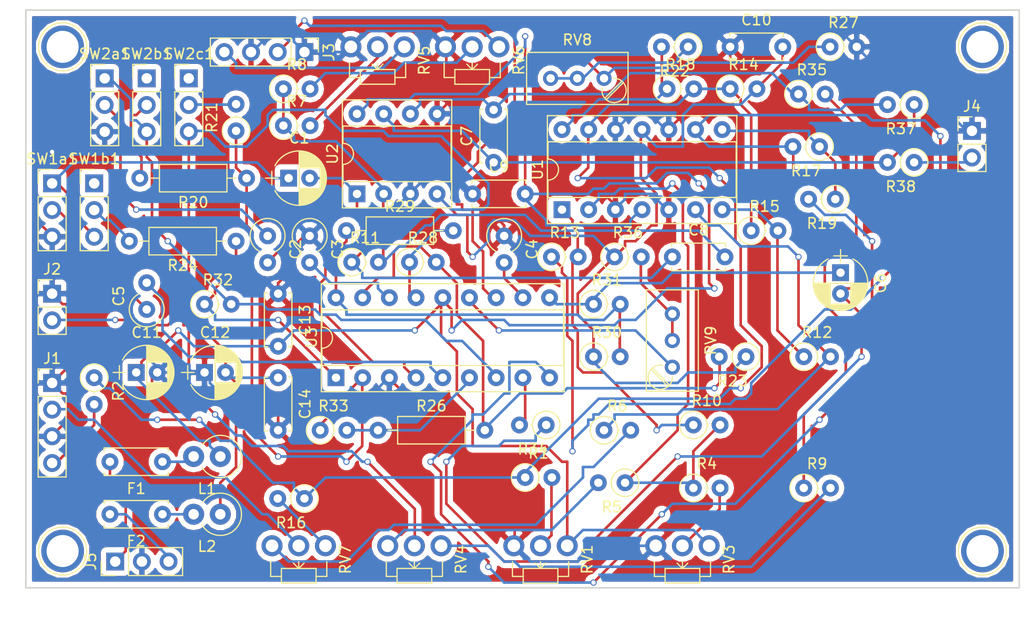
<source format=kicad_pcb>
(kicad_pcb (version 4) (host pcbnew 4.0.6)
  (layers (0 F.Cu signal) (31 B.Cu signal) (34 B.Paste user) (35 F.Paste user) (36 B.SilkS user) (37 F.SilkS user) (38 B.Mask user) (39 F.Mask user) (44 Edge.Cuts user))
  (net 0 "")
  (net 1 "Net-(C1-Pad1)")
  (net 2 "Net-(C1-Pad2)")
  (net 3 "Net-(C2-Pad1)")
  (net 4 "Net-(C2-Pad2)")
  (net 5 GND)
  (net 6 "Net-(C3-Pad2)")
  (net 7 "Net-(C4-Pad2)")
  (net 8 "Net-(C5-Pad1)")
  (net 9 "Net-(C5-Pad2)")
  (net 10 "Net-(C6-Pad1)")
  (net 11 "Net-(C6-Pad2)")
  (net 12 "Net-(C7-Pad1)")
  (net 13 "Net-(C7-Pad2)")
  (net 14 "Net-(C8-Pad2)")
  (net 15 +15V)
  (net 16 -15V)
  (net 17 "Net-(F1-Pad1)")
  (net 18 "Net-(F1-Pad2)")
  (net 19 "Net-(F2-Pad1)")
  (net 20 "Net-(F2-Pad2)")
  (net 21 "Net-(J1-Pad2)")
  (net 22 "Net-(J1-Pad4)")
  (net 23 "Net-(J2-Pad2)")
  (net 24 "Net-(J3-Pad2)")
  (net 25 "Net-(J3-Pad4)")
  (net 26 "Net-(J4-Pad2)")
  (net 27 "Net-(R1-Pad1)")
  (net 28 "Net-(R1-Pad2)")
  (net 29 "Net-(R10-Pad2)")
  (net 30 "Net-(R4-Pad2)")
  (net 31 "Net-(R5-Pad2)")
  (net 32 "Net-(R12-Pad2)")
  (net 33 "Net-(R6-Pad2)")
  (net 34 "Net-(R7-Pad2)")
  (net 35 "Net-(R8-Pad2)")
  (net 36 "Net-(R13-Pad1)")
  (net 37 "Net-(R9-Pad2)")
  (net 38 "Net-(R10-Pad1)")
  (net 39 "Net-(R12-Pad1)")
  (net 40 "Net-(R16-Pad2)")
  (net 41 "Net-(R17-Pad1)")
  (net 42 "Net-(R18-Pad1)")
  (net 43 "Net-(R19-Pad2)")
  (net 44 "Net-(R20-Pad1)")
  (net 45 "Net-(R20-Pad2)")
  (net 46 "Net-(R21-Pad2)")
  (net 47 "Net-(R22-Pad1)")
  (net 48 "Net-(R23-Pad2)")
  (net 49 "Net-(R24-Pad1)")
  (net 50 "Net-(R24-Pad2)")
  (net 51 "Net-(R26-Pad1)")
  (net 52 "Net-(R27-Pad1)")
  (net 53 "Net-(R28-Pad1)")
  (net 54 "Net-(R29-Pad1)")
  (net 55 "Net-(R32-Pad2)")
  (net 56 "Net-(R34-Pad2)")
  (net 57 "Net-(R36-Pad2)")
  (net 58 "Net-(RV9-Pad1)")
  (net 59 "Net-(SW1b1-Pad1)")
  (net 60 "Net-(SW2b1-Pad1)")
  (net 61 "Net-(SW2c1-Pad1)")
  (module Connectors:1pin (layer F.Cu) (at 174 43)
    (fp_text reference "" (at 0 -3.048) (layer F.SilkS))
    (fp_text value 1pin)
    (pad 1 thru_hole circle (at 0 0) (size 4.064 4.064) (drill 3.048) (layers *.Cu *.Mask))
  )
  (module Connectors:1pin (layer F.Cu) (at 174 91)
    (fp_text reference "" (at 0 -3.048) (layer F.SilkS))
    (fp_text value 1pin)
    (pad 1 thru_hole circle (at 0 0) (size 4.064 4.064) (drill 3.048) (layers *.Cu *.Mask))
  )
  (module Capacitors_THT:CP_Radial_D5.0mm_P2.00mm (layer F.Cu) (at 195.5 55.5)
    (fp_text reference C1 (at 1 -3.81) (layer F.SilkS))
    (fp_text value 10uF)
    (pad 1 thru_hole rect (at 0 0) (size 1.6 1.6) (drill 0.8) (layers *.Cu *.Mask) (net 1 "Net-(C1-Pad1)"))
    (pad 2 thru_hole circle (at 2 0) (size 1.6 1.6) (drill 0.8) (layers *.Cu *.Mask) (net 2 "Net-(C1-Pad2)"))
  )
  (module Resistors_THT:R_Axial_DIN0309_L9.0mm_D3.2mm_P2.54mm_Vertical (layer F.Cu) (at 193.5 61 270)
    (fp_text reference C2 (at 1.27 -2.66 270) (layer F.SilkS))
    (fp_text value 150pF)
    (pad 1 thru_hole circle (at 0 0 270) (size 1.6 1.6) (drill 0.8) (layers *.Cu *.Mask) (net 3 "Net-(C2-Pad1)"))
    (pad 2 thru_hole oval (at 2.54 0 270) (size 1.6 1.6) (drill 0.8) (layers *.Cu *.Mask) (net 4 "Net-(C2-Pad2)"))
  )
  (module Resistors_THT:R_Axial_DIN0309_L9.0mm_D3.2mm_P2.54mm_Vertical (layer F.Cu) (at 197.5 61 270)
    (fp_text reference C3 (at 1.27 -2.66 270) (layer F.SilkS))
    (fp_text value 150pF)
    (pad 1 thru_hole circle (at 0 0 270) (size 1.6 1.6) (drill 0.8) (layers *.Cu *.Mask) (net 5 GND))
    (pad 2 thru_hole oval (at 2.54 0 270) (size 1.6 1.6) (drill 0.8) (layers *.Cu *.Mask) (net 6 "Net-(C3-Pad2)"))
  )
  (module Resistors_THT:R_Axial_DIN0309_L9.0mm_D3.2mm_P2.54mm_Vertical (layer F.Cu) (at 216 61 270)
    (fp_text reference C4 (at 1.27 -2.66 270) (layer F.SilkS))
    (fp_text value 150pF)
    (pad 1 thru_hole circle (at 0 0 270) (size 1.6 1.6) (drill 0.8) (layers *.Cu *.Mask) (net 5 GND))
    (pad 2 thru_hole oval (at 2.54 0 270) (size 1.6 1.6) (drill 0.8) (layers *.Cu *.Mask) (net 7 "Net-(C4-Pad2)"))
  )
  (module Resistors_THT:R_Axial_DIN0309_L9.0mm_D3.2mm_P2.54mm_Vertical (layer F.Cu) (at 182 68 90)
    (fp_text reference C5 (at 1.27 -2.66 90) (layer F.SilkS))
    (fp_text value 150pF)
    (pad 1 thru_hole circle (at 0 0 90) (size 1.6 1.6) (drill 0.8) (layers *.Cu *.Mask) (net 8 "Net-(C5-Pad1)"))
    (pad 2 thru_hole oval (at 2.54 0 90) (size 1.6 1.6) (drill 0.8) (layers *.Cu *.Mask) (net 9 "Net-(C5-Pad2)"))
  )
  (module Capacitors_THT:CP_Radial_D5.0mm_P2.00mm (layer F.Cu) (at 248 64.5 270)
    (fp_text reference C6 (at 1 -3.81 270) (layer F.SilkS))
    (fp_text value 10uF)
    (pad 1 thru_hole rect (at 0 0 270) (size 1.6 1.6) (drill 0.8) (layers *.Cu *.Mask) (net 10 "Net-(C6-Pad1)"))
    (pad 2 thru_hole circle (at 2 0 270) (size 1.6 1.6) (drill 0.8) (layers *.Cu *.Mask) (net 11 "Net-(C6-Pad2)"))
  )
  (module Capacitors_THT:C_Disc_D5.0mm_W2.5mm_P5.00mm (layer F.Cu) (at 215 54 90)
    (fp_text reference C7 (at 2.5 -2.56 90) (layer F.SilkS))
    (fp_text value 33p)
    (pad 1 thru_hole circle (at 0 0 90) (size 1.6 1.6) (drill 0.8) (layers *.Cu *.Mask) (net 12 "Net-(C7-Pad1)"))
    (pad 2 thru_hole circle (at 5 0 90) (size 1.6 1.6) (drill 0.8) (layers *.Cu *.Mask) (net 13 "Net-(C7-Pad2)"))
  )
  (module Capacitors_THT:C_Disc_D5.0mm_W2.5mm_P5.00mm (layer F.Cu) (at 232 63)
    (fp_text reference C8 (at 2.5 -2.56) (layer F.SilkS))
    (fp_text value 33p)
    (pad 1 thru_hole circle (at 0 0) (size 1.6 1.6) (drill 0.8) (layers *.Cu *.Mask) (net 2 "Net-(C1-Pad2)"))
    (pad 2 thru_hole circle (at 5 0) (size 1.6 1.6) (drill 0.8) (layers *.Cu *.Mask) (net 14 "Net-(C8-Pad2)"))
  )
  (module Capacitors_THT:C_Disc_D5.0mm_W2.5mm_P5.00mm (layer F.Cu) (at 213 57)
    (fp_text reference C9 (at 2.5 -2.56) (layer F.SilkS))
    (fp_text value 100n)
    (pad 1 thru_hole circle (at 0 0) (size 1.6 1.6) (drill 0.8) (layers *.Cu *.Mask) (net 5 GND))
    (pad 2 thru_hole circle (at 5 0) (size 1.6 1.6) (drill 0.8) (layers *.Cu *.Mask) (net 15 +15V))
  )
  (module Capacitors_THT:C_Disc_D5.0mm_W2.5mm_P5.00mm (layer F.Cu) (at 237.5 43)
    (fp_text reference C10 (at 2.5 -2.56) (layer F.SilkS))
    (fp_text value 100n)
    (pad 1 thru_hole circle (at 0 0) (size 1.6 1.6) (drill 0.8) (layers *.Cu *.Mask) (net 5 GND))
    (pad 2 thru_hole circle (at 5 0) (size 1.6 1.6) (drill 0.8) (layers *.Cu *.Mask) (net 16 -15V))
  )
  (module Capacitors_THT:CP_Radial_D5.0mm_P2.00mm (layer F.Cu) (at 181 74)
    (fp_text reference C11 (at 1 -3.81) (layer F.SilkS))
    (fp_text value 10uF)
    (pad 1 thru_hole rect (at 0 0) (size 1.6 1.6) (drill 0.8) (layers *.Cu *.Mask) (net 15 +15V))
    (pad 2 thru_hole circle (at 2 0) (size 1.6 1.6) (drill 0.8) (layers *.Cu *.Mask) (net 5 GND))
  )
  (module Capacitors_THT:CP_Radial_D5.0mm_P2.00mm (layer F.Cu) (at 187.5 74)
    (fp_text reference C12 (at 1 -3.81) (layer F.SilkS))
    (fp_text value 10uF)
    (pad 1 thru_hole rect (at 0 0) (size 1.6 1.6) (drill 0.8) (layers *.Cu *.Mask) (net 5 GND))
    (pad 2 thru_hole circle (at 2 0) (size 1.6 1.6) (drill 0.8) (layers *.Cu *.Mask) (net 16 -15V))
  )
  (module Capacitors_THT:C_Disc_D5.0mm_W2.5mm_P5.00mm (layer F.Cu) (at 194.5 66.5 270)
    (fp_text reference C13 (at 2.5 -2.56 270) (layer F.SilkS))
    (fp_text value 100nF)
    (pad 1 thru_hole circle (at 0 0 270) (size 1.6 1.6) (drill 0.8) (layers *.Cu *.Mask) (net 5 GND))
    (pad 2 thru_hole circle (at 5 0 270) (size 1.6 1.6) (drill 0.8) (layers *.Cu *.Mask) (net 15 +15V))
  )
  (module Capacitors_THT:C_Disc_D5.0mm_W2.5mm_P5.00mm (layer F.Cu) (at 194.5 74.5 270)
    (fp_text reference C14 (at 2.5 -2.56 270) (layer F.SilkS))
    (fp_text value 100nF)
    (pad 1 thru_hole circle (at 0 0 270) (size 1.6 1.6) (drill 0.8) (layers *.Cu *.Mask) (net 16 -15V))
    (pad 2 thru_hole circle (at 5 0 270) (size 1.6 1.6) (drill 0.8) (layers *.Cu *.Mask) (net 5 GND))
  )
  (module Capacitors_THT:C_Disc_D6.0mm_W2.5mm_P5.00mm (layer F.Cu) (at 183.5 82.5 180)
    (fp_text reference F1 (at 2.5 -2.56 180) (layer F.SilkS))
    (fp_text value 100mA)
    (pad 1 thru_hole circle (at 0 0 180) (size 1.6 1.6) (drill 0.8) (layers *.Cu *.Mask) (net 17 "Net-(F1-Pad1)"))
    (pad 2 thru_hole circle (at 5 0 180) (size 1.6 1.6) (drill 0.8) (layers *.Cu *.Mask) (net 18 "Net-(F1-Pad2)"))
  )
  (module Capacitors_THT:C_Disc_D6.0mm_W2.5mm_P5.00mm (layer F.Cu) (at 183.5 87.5 180)
    (fp_text reference F2 (at 2.5 -2.56 180) (layer F.SilkS))
    (fp_text value 100mA)
    (pad 1 thru_hole circle (at 0 0 180) (size 1.6 1.6) (drill 0.8) (layers *.Cu *.Mask) (net 19 "Net-(F2-Pad1)"))
    (pad 2 thru_hole circle (at 5 0 180) (size 1.6 1.6) (drill 0.8) (layers *.Cu *.Mask) (net 20 "Net-(F2-Pad2)"))
  )
  (module Pin_Headers:Pin_Header_Straight_1x04_Pitch2.54mm (layer F.Cu) (at 173 75)
    (fp_text reference J1 (at 0 -2.33) (layer F.SilkS))
    (fp_text value CONN_01X04)
    (pad 1 thru_hole rect (at 0 0) (size 1.7 1.7) (drill 1) (layers *.Cu *.Mask) (net 5 GND))
    (pad 2 thru_hole oval (at 0 2.54) (size 1.7 1.7) (drill 1) (layers *.Cu *.Mask) (net 21 "Net-(J1-Pad2)"))
    (pad 3 thru_hole oval (at 0 5.08) (size 1.7 1.7) (drill 1) (layers *.Cu *.Mask) (net 5 GND))
    (pad 4 thru_hole oval (at 0 7.62) (size 1.7 1.7) (drill 1) (layers *.Cu *.Mask) (net 22 "Net-(J1-Pad4)"))
  )
  (module Pin_Headers:Pin_Header_Straight_1x02_Pitch2.54mm (layer F.Cu) (at 173 66.5)
    (fp_text reference J2 (at 0 -2.33) (layer F.SilkS))
    (fp_text value CONN_01X02)
    (pad 1 thru_hole rect (at 0 0) (size 1.7 1.7) (drill 1) (layers *.Cu *.Mask) (net 5 GND))
    (pad 2 thru_hole oval (at 0 2.54) (size 1.7 1.7) (drill 1) (layers *.Cu *.Mask) (net 23 "Net-(J2-Pad2)"))
  )
  (module Pin_Headers:Pin_Header_Straight_1x04_Pitch2.54mm (layer F.Cu) (at 197 43.5 270)
    (fp_text reference J3 (at 0 -2.33 270) (layer F.SilkS))
    (fp_text value CONN_01X04)
    (pad 1 thru_hole rect (at 0 0 270) (size 1.7 1.7) (drill 1) (layers *.Cu *.Mask) (net 5 GND))
    (pad 2 thru_hole oval (at 0 2.54 270) (size 1.7 1.7) (drill 1) (layers *.Cu *.Mask) (net 24 "Net-(J3-Pad2)"))
    (pad 3 thru_hole oval (at 0 5.08 270) (size 1.7 1.7) (drill 1) (layers *.Cu *.Mask) (net 5 GND))
    (pad 4 thru_hole oval (at 0 7.62 270) (size 1.7 1.7) (drill 1) (layers *.Cu *.Mask) (net 25 "Net-(J3-Pad4)"))
  )
  (module Pin_Headers:Pin_Header_Straight_1x02_Pitch2.54mm (layer F.Cu) (at 260.5 51)
    (fp_text reference J4 (at 0 -2.33) (layer F.SilkS))
    (fp_text value CONN_01X02)
    (pad 1 thru_hole rect (at 0 0) (size 1.7 1.7) (drill 1) (layers *.Cu *.Mask) (net 5 GND))
    (pad 2 thru_hole oval (at 0 2.54) (size 1.7 1.7) (drill 1) (layers *.Cu *.Mask) (net 26 "Net-(J4-Pad2)"))
  )
  (module Pin_Headers:Pin_Header_Straight_1x03_Pitch2.54mm (layer F.Cu) (at 179 92 90)
    (fp_text reference J5 (at 0 -2.33 90) (layer F.SilkS))
    (fp_text value CONN_01X03_MALE)
    (pad 1 thru_hole rect (at 0 0 90) (size 1.7 1.7) (drill 1) (layers *.Cu *.Mask) (net 18 "Net-(F1-Pad2)"))
    (pad 2 thru_hole oval (at 0 2.54 90) (size 1.7 1.7) (drill 1) (layers *.Cu *.Mask) (net 5 GND))
    (pad 3 thru_hole oval (at 0 5.08 90) (size 1.7 1.7) (drill 1) (layers *.Cu *.Mask) (net 20 "Net-(F2-Pad2)"))
  )
  (module Inductors_THT:L_Axial_L9.5mm_D4.0mm_P2.54mm_Vertical_Fastron_SMCC (layer F.Cu) (at 189 82 180)
    (fp_text reference L1 (at 1.27 -3.06 180) (layer F.SilkS))
    (fp_text value 1uH)
    (pad 1 thru_hole circle (at 0 0 180) (size 2 2) (drill 1) (layers *.Cu *.Mask) (net 15 +15V))
    (pad 2 thru_hole oval (at 2.54 0 180) (size 2 2) (drill 1) (layers *.Cu *.Mask) (net 17 "Net-(F1-Pad1)"))
  )
  (module Inductors_THT:L_Axial_L9.5mm_D4.0mm_P2.54mm_Vertical_Fastron_SMCC (layer F.Cu) (at 189 87.5 180)
    (fp_text reference L2 (at 1.27 -3.06 180) (layer F.SilkS))
    (fp_text value 1uH)
    (pad 1 thru_hole circle (at 0 0 180) (size 2 2) (drill 1) (layers *.Cu *.Mask) (net 16 -15V))
    (pad 2 thru_hole oval (at 2.54 0 180) (size 2 2) (drill 1) (layers *.Cu *.Mask) (net 19 "Net-(F2-Pad1)"))
  )
  (module Resistors_THT:R_Axial_DIN0207_L6.3mm_D2.5mm_P2.54mm_Vertical (layer F.Cu) (at 218 84)
    (fp_text reference R1 (at 1.27 -2.31) (layer F.SilkS))
    (fp_text value 150k)
    (pad 1 thru_hole circle (at 0 0) (size 1.6 1.6) (drill 0.8) (layers *.Cu *.Mask) (net 27 "Net-(R1-Pad1)"))
    (pad 2 thru_hole oval (at 2.54 0) (size 1.6 1.6) (drill 0.8) (layers *.Cu *.Mask) (net 28 "Net-(R1-Pad2)"))
  )
  (module Resistors_THT:R_Axial_DIN0207_L6.3mm_D2.5mm_P2.54mm_Vertical (layer F.Cu) (at 177 74.5 270)
    (fp_text reference R2 (at 1.27 -2.31 270) (layer F.SilkS))
    (fp_text value 100k)
    (pad 1 thru_hole circle (at 0 0 270) (size 1.6 1.6) (drill 0.8) (layers *.Cu *.Mask) (net 27 "Net-(R1-Pad1)"))
    (pad 2 thru_hole oval (at 2.54 0 270) (size 1.6 1.6) (drill 0.8) (layers *.Cu *.Mask) (net 22 "Net-(J1-Pad4)"))
  )
  (module Resistors_THT:R_Axial_DIN0207_L6.3mm_D2.5mm_P2.54mm_Vertical (layer F.Cu) (at 234 85)
    (fp_text reference R4 (at 1.27 -2.31) (layer F.SilkS))
    (fp_text value 300k)
    (pad 1 thru_hole circle (at 0 0) (size 1.6 1.6) (drill 0.8) (layers *.Cu *.Mask) (net 29 "Net-(R10-Pad2)"))
    (pad 2 thru_hole oval (at 2.54 0) (size 1.6 1.6) (drill 0.8) (layers *.Cu *.Mask) (net 30 "Net-(R4-Pad2)"))
  )
  (module Resistors_THT:R_Axial_DIN0207_L6.3mm_D2.5mm_P2.54mm_Vertical (layer F.Cu) (at 227.5 84.5 180)
    (fp_text reference R5 (at 1.27 -2.31 180) (layer F.SilkS))
    (fp_text value 51k)
    (pad 1 thru_hole circle (at 0 0 180) (size 1.6 1.6) (drill 0.8) (layers *.Cu *.Mask) (net 29 "Net-(R10-Pad2)"))
    (pad 2 thru_hole oval (at 2.54 0 180) (size 1.6 1.6) (drill 0.8) (layers *.Cu *.Mask) (net 31 "Net-(R5-Pad2)"))
  )
  (module Resistors_THT:R_Axial_DIN0207_L6.3mm_D2.5mm_P2.54mm_Vertical (layer F.Cu) (at 225.5 79.5)
    (fp_text reference R6 (at 1.27 -2.31) (layer F.SilkS))
    (fp_text value 51k)
    (pad 1 thru_hole circle (at 0 0) (size 1.6 1.6) (drill 0.8) (layers *.Cu *.Mask) (net 32 "Net-(R12-Pad2)"))
    (pad 2 thru_hole oval (at 2.54 0) (size 1.6 1.6) (drill 0.8) (layers *.Cu *.Mask) (net 33 "Net-(R6-Pad2)"))
  )
  (module Resistors_THT:R_Axial_DIN0207_L6.3mm_D2.5mm_P2.54mm_Vertical (layer F.Cu) (at 195 50.5)
    (fp_text reference R7 (at 1.27 -2.31) (layer F.SilkS))
    (fp_text value 100k)
    (pad 1 thru_hole circle (at 0 0) (size 1.6 1.6) (drill 0.8) (layers *.Cu *.Mask) (net 14 "Net-(C8-Pad2)"))
    (pad 2 thru_hole oval (at 2.54 0) (size 1.6 1.6) (drill 0.8) (layers *.Cu *.Mask) (net 34 "Net-(R7-Pad2)"))
  )
  (module Resistors_THT:R_Axial_DIN0207_L6.3mm_D2.5mm_P2.54mm_Vertical (layer F.Cu) (at 195 47)
    (fp_text reference R8 (at 1.27 -2.31) (layer F.SilkS))
    (fp_text value 100k)
    (pad 1 thru_hole circle (at 0 0) (size 1.6 1.6) (drill 0.8) (layers *.Cu *.Mask) (net 14 "Net-(C8-Pad2)"))
    (pad 2 thru_hole oval (at 2.54 0) (size 1.6 1.6) (drill 0.8) (layers *.Cu *.Mask) (net 35 "Net-(R8-Pad2)"))
  )
  (module Resistors_THT:R_Axial_DIN0207_L6.3mm_D2.5mm_P2.54mm_Vertical (layer F.Cu) (at 244.5 85)
    (fp_text reference R9 (at 1.27 -2.31) (layer F.SilkS))
    (fp_text value 51k)
    (pad 1 thru_hole circle (at 0 0) (size 1.6 1.6) (drill 0.8) (layers *.Cu *.Mask) (net 36 "Net-(R13-Pad1)"))
    (pad 2 thru_hole oval (at 2.54 0) (size 1.6 1.6) (drill 0.8) (layers *.Cu *.Mask) (net 37 "Net-(R9-Pad2)"))
  )
  (module Resistors_THT:R_Axial_DIN0207_L6.3mm_D2.5mm_P2.54mm_Vertical (layer F.Cu) (at 234 79)
    (fp_text reference R10 (at 1.27 -2.31) (layer F.SilkS))
    (fp_text value 100k)
    (pad 1 thru_hole circle (at 0 0) (size 1.6 1.6) (drill 0.8) (layers *.Cu *.Mask) (net 38 "Net-(R10-Pad1)"))
    (pad 2 thru_hole oval (at 2.54 0) (size 1.6 1.6) (drill 0.8) (layers *.Cu *.Mask) (net 29 "Net-(R10-Pad2)"))
  )
  (module Resistors_THT:R_Axial_DIN0207_L6.3mm_D2.5mm_P2.54mm_Vertical (layer F.Cu) (at 201.5 63.5)
    (fp_text reference R11 (at 1.27 -2.31) (layer F.SilkS))
    (fp_text value 100k)
    (pad 1 thru_hole circle (at 0 0) (size 1.6 1.6) (drill 0.8) (layers *.Cu *.Mask) (net 2 "Net-(C1-Pad2)"))
    (pad 2 thru_hole oval (at 2.54 0) (size 1.6 1.6) (drill 0.8) (layers *.Cu *.Mask) (net 14 "Net-(C8-Pad2)"))
  )
  (module Resistors_THT:R_Axial_DIN0207_L6.3mm_D2.5mm_P2.54mm_Vertical (layer F.Cu) (at 244.5 72.5)
    (fp_text reference R12 (at 1.27 -2.31) (layer F.SilkS))
    (fp_text value 100k)
    (pad 1 thru_hole circle (at 0 0) (size 1.6 1.6) (drill 0.8) (layers *.Cu *.Mask) (net 39 "Net-(R12-Pad1)"))
    (pad 2 thru_hole oval (at 2.54 0) (size 1.6 1.6) (drill 0.8) (layers *.Cu *.Mask) (net 32 "Net-(R12-Pad2)"))
  )
  (module Resistors_THT:R_Axial_DIN0207_L6.3mm_D2.5mm_P2.54mm_Vertical (layer F.Cu) (at 220.5 63)
    (fp_text reference R13 (at 1.27 -2.31) (layer F.SilkS))
    (fp_text value 100k)
    (pad 1 thru_hole circle (at 0 0) (size 1.6 1.6) (drill 0.8) (layers *.Cu *.Mask) (net 36 "Net-(R13-Pad1)"))
    (pad 2 thru_hole oval (at 2.54 0) (size 1.6 1.6) (drill 0.8) (layers *.Cu *.Mask) (net 38 "Net-(R10-Pad1)"))
  )
  (module Resistors_THT:R_Axial_DIN0207_L6.3mm_D2.5mm_P2.54mm_Vertical (layer F.Cu) (at 237.5 47)
    (fp_text reference R14 (at 1.27 -2.31) (layer F.SilkS))
    (fp_text value 100k)
    (pad 1 thru_hole circle (at 0 0) (size 1.6 1.6) (drill 0.8) (layers *.Cu *.Mask) (net 27 "Net-(R1-Pad1)"))
    (pad 2 thru_hole oval (at 2.54 0) (size 1.6 1.6) (drill 0.8) (layers *.Cu *.Mask) (net 16 -15V))
  )
  (module Resistors_THT:R_Axial_DIN0207_L6.3mm_D2.5mm_P2.54mm_Vertical (layer F.Cu) (at 239.5 60.5)
    (fp_text reference R15 (at 1.27 -2.31) (layer F.SilkS))
    (fp_text value 51k)
    (pad 1 thru_hole circle (at 0 0) (size 1.6 1.6) (drill 0.8) (layers *.Cu *.Mask) (net 27 "Net-(R1-Pad1)"))
    (pad 2 thru_hole oval (at 2.54 0) (size 1.6 1.6) (drill 0.8) (layers *.Cu *.Mask) (net 39 "Net-(R12-Pad1)"))
  )
  (module Resistors_THT:R_Axial_DIN0207_L6.3mm_D2.5mm_P2.54mm_Vertical (layer F.Cu) (at 197 86 180)
    (fp_text reference R16 (at 1.27 -2.31 180) (layer F.SilkS))
    (fp_text value 51k)
    (pad 1 thru_hole circle (at 0 0 180) (size 1.6 1.6) (drill 0.8) (layers *.Cu *.Mask) (net 27 "Net-(R1-Pad1)"))
    (pad 2 thru_hole oval (at 2.54 0 180) (size 1.6 1.6) (drill 0.8) (layers *.Cu *.Mask) (net 40 "Net-(R16-Pad2)"))
  )
  (module Resistors_THT:R_Axial_DIN0207_L6.3mm_D2.5mm_P2.54mm_Vertical (layer F.Cu) (at 246 52.5 180)
    (fp_text reference R17 (at 1.27 -2.31 180) (layer F.SilkS))
    (fp_text value 100k)
    (pad 1 thru_hole circle (at 0 0 180) (size 1.6 1.6) (drill 0.8) (layers *.Cu *.Mask) (net 41 "Net-(R17-Pad1)"))
    (pad 2 thru_hole oval (at 2.54 0 180) (size 1.6 1.6) (drill 0.8) (layers *.Cu *.Mask) (net 36 "Net-(R13-Pad1)"))
  )
  (module Resistors_THT:R_Axial_DIN0207_L6.3mm_D2.5mm_P2.54mm_Vertical (layer F.Cu) (at 231.5 47)
    (fp_text reference R18 (at 1.27 -2.31) (layer F.SilkS))
    (fp_text value 100k)
    (pad 1 thru_hole circle (at 0 0) (size 1.6 1.6) (drill 0.8) (layers *.Cu *.Mask) (net 42 "Net-(R18-Pad1)"))
    (pad 2 thru_hole oval (at 2.54 0) (size 1.6 1.6) (drill 0.8) (layers *.Cu *.Mask) (net 27 "Net-(R1-Pad1)"))
  )
  (module Resistors_THT:R_Axial_DIN0207_L6.3mm_D2.5mm_P2.54mm_Vertical (layer F.Cu) (at 247.5 57.5 180)
    (fp_text reference R19 (at 1.27 -2.31 180) (layer F.SilkS))
    (fp_text value 33K)
    (pad 1 thru_hole circle (at 0 0 180) (size 1.6 1.6) (drill 0.8) (layers *.Cu *.Mask) (net 41 "Net-(R17-Pad1)"))
    (pad 2 thru_hole oval (at 2.54 0 180) (size 1.6 1.6) (drill 0.8) (layers *.Cu *.Mask) (net 43 "Net-(R19-Pad2)"))
  )
  (module Resistors_THT:R_Axial_DIN0207_L6.3mm_D2.5mm_P10.16mm_Horizontal (layer F.Cu) (at 191.5 55.5 180)
    (fp_text reference R20 (at 5.08 -2.31 180) (layer F.SilkS))
    (fp_text value 91K)
    (pad 1 thru_hole circle (at 0 0 180) (size 1.6 1.6) (drill 0.8) (layers *.Cu *.Mask) (net 44 "Net-(R20-Pad1)"))
    (pad 2 thru_hole oval (at 10.16 0 180) (size 1.6 1.6) (drill 0.8) (layers *.Cu *.Mask) (net 45 "Net-(R20-Pad2)"))
  )
  (module Resistors_THT:R_Axial_DIN0207_L6.3mm_D2.5mm_P2.54mm_Vertical (layer F.Cu) (at 190.5 51 90)
    (fp_text reference R21 (at 1.27 -2.31 90) (layer F.SilkS))
    (fp_text value 220K)
    (pad 1 thru_hole circle (at 0 0 90) (size 1.6 1.6) (drill 0.8) (layers *.Cu *.Mask) (net 44 "Net-(R20-Pad1)"))
    (pad 2 thru_hole oval (at 2.54 0 90) (size 1.6 1.6) (drill 0.8) (layers *.Cu *.Mask) (net 46 "Net-(R21-Pad2)"))
  )
  (module Resistors_THT:R_Axial_DIN0207_L6.3mm_D2.5mm_P2.54mm_Vertical (layer F.Cu) (at 233.5 43 180)
    (fp_text reference R22 (at 1.27 -2.31 180) (layer F.SilkS))
    (fp_text value 51k)
    (pad 1 thru_hole circle (at 0 0 180) (size 1.6 1.6) (drill 0.8) (layers *.Cu *.Mask) (net 47 "Net-(R22-Pad1)"))
    (pad 2 thru_hole oval (at 2.54 0 180) (size 1.6 1.6) (drill 0.8) (layers *.Cu *.Mask) (net 42 "Net-(R18-Pad1)"))
  )
  (module Resistors_THT:R_Axial_DIN0207_L6.3mm_D2.5mm_P2.54mm_Vertical (layer F.Cu) (at 239 72.5 180)
    (fp_text reference R23 (at 1.27 -2.31 180) (layer F.SilkS))
    (fp_text value 220K)
    (pad 1 thru_hole circle (at 0 0 180) (size 1.6 1.6) (drill 0.8) (layers *.Cu *.Mask) (net 16 -15V))
    (pad 2 thru_hole oval (at 2.54 0 180) (size 1.6 1.6) (drill 0.8) (layers *.Cu *.Mask) (net 48 "Net-(R23-Pad2)"))
  )
  (module Resistors_THT:R_Axial_DIN0207_L6.3mm_D2.5mm_P10.16mm_Horizontal (layer F.Cu) (at 190.5 61.5 180)
    (fp_text reference R24 (at 5.08 -2.31 180) (layer F.SilkS))
    (fp_text value 91K)
    (pad 1 thru_hole circle (at 0 0 180) (size 1.6 1.6) (drill 0.8) (layers *.Cu *.Mask) (net 49 "Net-(R24-Pad1)"))
    (pad 2 thru_hole oval (at 10.16 0 180) (size 1.6 1.6) (drill 0.8) (layers *.Cu *.Mask) (net 50 "Net-(R24-Pad2)"))
  )
  (module Resistors_THT:R_Axial_DIN0207_L6.3mm_D2.5mm_P10.16mm_Horizontal (layer F.Cu) (at 204 79.5)
    (fp_text reference R26 (at 5.08 -2.31) (layer F.SilkS))
    (fp_text value 91K)
    (pad 1 thru_hole circle (at 0 0) (size 1.6 1.6) (drill 0.8) (layers *.Cu *.Mask) (net 51 "Net-(R26-Pad1)"))
    (pad 2 thru_hole oval (at 10.16 0) (size 1.6 1.6) (drill 0.8) (layers *.Cu *.Mask) (net 48 "Net-(R23-Pad2)"))
  )
  (module Resistors_THT:R_Axial_DIN0207_L6.3mm_D2.5mm_P2.54mm_Vertical (layer F.Cu) (at 247 43)
    (fp_text reference R27 (at 1.27 -2.31) (layer F.SilkS))
    (fp_text value 1K)
    (pad 1 thru_hole circle (at 0 0) (size 1.6 1.6) (drill 0.8) (layers *.Cu *.Mask) (net 52 "Net-(R27-Pad1)"))
    (pad 2 thru_hole oval (at 2.54 0) (size 1.6 1.6) (drill 0.8) (layers *.Cu *.Mask) (net 5 GND))
  )
  (module Resistors_THT:R_Axial_DIN0207_L6.3mm_D2.5mm_P2.54mm_Vertical (layer F.Cu) (at 207 63.5)
    (fp_text reference R28 (at 1.27 -2.31) (layer F.SilkS))
    (fp_text value 100k)
    (pad 1 thru_hole circle (at 0 0) (size 1.6 1.6) (drill 0.8) (layers *.Cu *.Mask) (net 53 "Net-(R28-Pad1)"))
    (pad 2 thru_hole oval (at 2.54 0) (size 1.6 1.6) (drill 0.8) (layers *.Cu *.Mask) (net 48 "Net-(R23-Pad2)"))
  )
  (module Resistors_THT:R_Axial_DIN0207_L6.3mm_D2.5mm_P10.16mm_Horizontal (layer F.Cu) (at 201 60.5)
    (fp_text reference R29 (at 5.08 -2.31) (layer F.SilkS))
    (fp_text value 91K)
    (pad 1 thru_hole circle (at 0 0) (size 1.6 1.6) (drill 0.8) (layers *.Cu *.Mask) (net 54 "Net-(R29-Pad1)"))
    (pad 2 thru_hole oval (at 10.16 0) (size 1.6 1.6) (drill 0.8) (layers *.Cu *.Mask) (net 53 "Net-(R28-Pad1)"))
  )
  (module Resistors_THT:R_Axial_DIN0207_L6.3mm_D2.5mm_P2.54mm_Vertical (layer F.Cu) (at 224.5 72.5)
    (fp_text reference R30 (at 1.27 -2.31) (layer F.SilkS))
    (fp_text value 220K)
    (pad 1 thru_hole circle (at 0 0) (size 1.6 1.6) (drill 0.8) (layers *.Cu *.Mask) (net 16 -15V))
    (pad 2 thru_hole oval (at 2.54 0) (size 1.6 1.6) (drill 0.8) (layers *.Cu *.Mask) (net 54 "Net-(R29-Pad1)"))
  )
  (module Resistors_THT:R_Axial_DIN0207_L6.3mm_D2.5mm_P2.54mm_Vertical (layer F.Cu) (at 224.5 67.5)
    (fp_text reference R31 (at 1.27 -2.31) (layer F.SilkS))
    (fp_text value 100k)
    (pad 1 thru_hole circle (at 0 0) (size 1.6 1.6) (drill 0.8) (layers *.Cu *.Mask) (net 10 "Net-(C6-Pad1)"))
    (pad 2 thru_hole oval (at 2.54 0) (size 1.6 1.6) (drill 0.8) (layers *.Cu *.Mask) (net 54 "Net-(R29-Pad1)"))
  )
  (module Resistors_THT:R_Axial_DIN0207_L6.3mm_D2.5mm_P2.54mm_Vertical (layer F.Cu) (at 187.5 67.5)
    (fp_text reference R32 (at 1.27 -2.31) (layer F.SilkS))
    (fp_text value 100k)
    (pad 1 thru_hole circle (at 0 0) (size 1.6 1.6) (drill 0.8) (layers *.Cu *.Mask) (net 49 "Net-(R24-Pad1)"))
    (pad 2 thru_hole oval (at 2.54 0) (size 1.6 1.6) (drill 0.8) (layers *.Cu *.Mask) (net 55 "Net-(R32-Pad2)"))
  )
  (module Resistors_THT:R_Axial_DIN0207_L6.3mm_D2.5mm_P2.54mm_Vertical (layer F.Cu) (at 198.5 79.5)
    (fp_text reference R33 (at 1.27 -2.31) (layer F.SilkS))
    (fp_text value 100k)
    (pad 1 thru_hole circle (at 0 0) (size 1.6 1.6) (drill 0.8) (layers *.Cu *.Mask) (net 44 "Net-(R20-Pad1)"))
    (pad 2 thru_hole oval (at 2.54 0) (size 1.6 1.6) (drill 0.8) (layers *.Cu *.Mask) (net 51 "Net-(R26-Pad1)"))
  )
  (module Resistors_THT:R_Axial_DIN0207_L6.3mm_D2.5mm_P2.54mm_Vertical (layer F.Cu) (at 220 79 180)
    (fp_text reference R34 (at 1.27 -2.31 180) (layer F.SilkS))
    (fp_text value 51k)
    (pad 1 thru_hole circle (at 0 0 180) (size 1.6 1.6) (drill 0.8) (layers *.Cu *.Mask) (net 11 "Net-(C6-Pad2)"))
    (pad 2 thru_hole oval (at 2.54 0 180) (size 1.6 1.6) (drill 0.8) (layers *.Cu *.Mask) (net 56 "Net-(R34-Pad2)"))
  )
  (module Resistors_THT:R_Axial_DIN0207_L6.3mm_D2.5mm_P2.54mm_Vertical (layer F.Cu) (at 244 47.5)
    (fp_text reference R35 (at 1.27 -2.31) (layer F.SilkS))
    (fp_text value 100k)
    (pad 1 thru_hole circle (at 0 0) (size 1.6 1.6) (drill 0.8) (layers *.Cu *.Mask) (net 13 "Net-(C7-Pad2)"))
    (pad 2 thru_hole oval (at 2.54 0) (size 1.6 1.6) (drill 0.8) (layers *.Cu *.Mask) (net 11 "Net-(C6-Pad2)"))
  )
  (module Resistors_THT:R_Axial_DIN0207_L6.3mm_D2.5mm_P2.54mm_Vertical (layer F.Cu) (at 226.5 63)
    (fp_text reference R36 (at 1.27 -2.31) (layer F.SilkS))
    (fp_text value 1K)
    (pad 1 thru_hole circle (at 0 0) (size 1.6 1.6) (drill 0.8) (layers *.Cu *.Mask) (net 16 -15V))
    (pad 2 thru_hole oval (at 2.54 0) (size 1.6 1.6) (drill 0.8) (layers *.Cu *.Mask) (net 57 "Net-(R36-Pad2)"))
  )
  (module Resistors_THT:R_Axial_DIN0207_L6.3mm_D2.5mm_P2.54mm_Vertical (layer F.Cu) (at 255 48.5 180)
    (fp_text reference R37 (at 1.27 -2.31 180) (layer F.SilkS))
    (fp_text value 100k)
    (pad 1 thru_hole circle (at 0 0 180) (size 1.6 1.6) (drill 0.8) (layers *.Cu *.Mask) (net 12 "Net-(C7-Pad1)"))
    (pad 2 thru_hole oval (at 2.54 0 180) (size 1.6 1.6) (drill 0.8) (layers *.Cu *.Mask) (net 13 "Net-(C7-Pad2)"))
  )
  (module Resistors_THT:R_Axial_DIN0207_L6.3mm_D2.5mm_P2.54mm_Vertical (layer F.Cu) (at 255 54 180)
    (fp_text reference R38 (at 1.27 -2.31 180) (layer F.SilkS))
    (fp_text value 51k)
    (pad 1 thru_hole circle (at 0 0 180) (size 1.6 1.6) (drill 0.8) (layers *.Cu *.Mask) (net 26 "Net-(J4-Pad2)"))
    (pad 2 thru_hole oval (at 2.54 0 180) (size 1.6 1.6) (drill 0.8) (layers *.Cu *.Mask) (net 12 "Net-(C7-Pad1)"))
  )
  (module Potentiometers:Potentiometer_WirePads_Small (layer F.Cu) (at 222 90.5 270)
    (fp_text reference RV1 (at 1.3 -1.9 270) (layer F.SilkS))
    (fp_text value 100K)
    (pad 2 thru_hole circle (at 0 2.54 270) (size 2 2) (drill 1.2) (layers *.Cu *.Mask) (net 28 "Net-(R1-Pad2)"))
    (pad 3 thru_hole circle (at 0 5.08 270) (size 2 2) (drill 1.2) (layers *.Cu *.Mask) (net 5 GND))
    (pad 1 thru_hole circle (at 0 0 270) (size 2 2) (drill 1.2) (layers *.Cu *.Mask) (net 15 +15V))
  )
  (module Potentiometers:Potentiometer_WirePads_Small (layer F.Cu) (at 235.5 90.5 270)
    (fp_text reference RV3 (at 1.3 -1.9 270) (layer F.SilkS))
    (fp_text value 100K)
    (pad 2 thru_hole circle (at 0 2.54 270) (size 2 2) (drill 1.2) (layers *.Cu *.Mask) (net 30 "Net-(R4-Pad2)"))
    (pad 3 thru_hole circle (at 0 5.08 270) (size 2 2) (drill 1.2) (layers *.Cu *.Mask) (net 5 GND))
    (pad 1 thru_hole circle (at 0 0 270) (size 2 2) (drill 1.2) (layers *.Cu *.Mask) (net 15 +15V))
  )
  (module Potentiometers:Potentiometer_WirePads_Small (layer F.Cu) (at 210 90.5 270)
    (fp_text reference RV4 (at 1.3 -1.9 270) (layer F.SilkS))
    (fp_text value 100K)
    (pad 2 thru_hole circle (at 0 2.54 270) (size 2 2) (drill 1.2) (layers *.Cu *.Mask) (net 23 "Net-(J2-Pad2)"))
    (pad 3 thru_hole circle (at 0 5.08 270) (size 2 2) (drill 1.2) (layers *.Cu *.Mask) (net 31 "Net-(R5-Pad2)"))
    (pad 1 thru_hole circle (at 0 0 270) (size 2 2) (drill 1.2) (layers *.Cu *.Mask) (net 37 "Net-(R9-Pad2)"))
  )
  (module Potentiometers:Potentiometer_WirePads_Small (layer F.Cu) (at 206.5 43 270)
    (fp_text reference RV5 (at 1.3 -1.9 270) (layer F.SilkS))
    (fp_text value 100k)
    (pad 2 thru_hole circle (at 0 2.54 270) (size 2 2) (drill 1.2) (layers *.Cu *.Mask) (net 34 "Net-(R7-Pad2)"))
    (pad 3 thru_hole circle (at 0 5.08 270) (size 2 2) (drill 1.2) (layers *.Cu *.Mask) (net 5 GND))
    (pad 1 thru_hole circle (at 0 0 270) (size 2 2) (drill 1.2) (layers *.Cu *.Mask) (net 25 "Net-(J3-Pad4)"))
  )
  (module Potentiometers:Potentiometer_WirePads_Small (layer F.Cu) (at 215.5 43 270)
    (fp_text reference RV6 (at 1.3 -1.9 270) (layer F.SilkS))
    (fp_text value 100K)
    (pad 2 thru_hole circle (at 0 2.54 270) (size 2 2) (drill 1.2) (layers *.Cu *.Mask) (net 35 "Net-(R8-Pad2)"))
    (pad 3 thru_hole circle (at 0 5.08 270) (size 2 2) (drill 1.2) (layers *.Cu *.Mask) (net 5 GND))
    (pad 1 thru_hole circle (at 0 0 270) (size 2 2) (drill 1.2) (layers *.Cu *.Mask) (net 24 "Net-(J3-Pad2)"))
  )
  (module Potentiometers:Potentiometer_WirePads_Small (layer F.Cu) (at 199 90.5 270)
    (fp_text reference RV7 (at 1.3 -1.9 270) (layer F.SilkS))
    (fp_text value 100K)
    (pad 2 thru_hole circle (at 0 2.54 270) (size 2 2) (drill 1.2) (layers *.Cu *.Mask) (net 21 "Net-(J1-Pad2)"))
    (pad 3 thru_hole circle (at 0 5.08 270) (size 2 2) (drill 1.2) (layers *.Cu *.Mask) (net 33 "Net-(R6-Pad2)"))
    (pad 1 thru_hole circle (at 0 0 270) (size 2 2) (drill 1.2) (layers *.Cu *.Mask) (net 40 "Net-(R16-Pad2)"))
  )
  (module Potentiometers:Potentiometer_Trimmer_Bourns_3296W (layer F.Cu) (at 225.5 46)
    (fp_text reference RV8 (at -2.54 -3.66) (layer F.SilkS))
    (fp_text value 20K)
    (pad 1 thru_hole circle (at 0 0) (size 1.44 1.44) (drill 0.8) (layers *.Cu *.Mask) (net 52 "Net-(R27-Pad1)"))
    (pad 2 thru_hole circle (at -2.54 0) (size 1.44 1.44) (drill 0.8) (layers *.Cu *.Mask) (net 47 "Net-(R22-Pad1)"))
    (pad 3 thru_hole circle (at -5.08 0) (size 1.44 1.44) (drill 0.8) (layers *.Cu *.Mask) (net 47 "Net-(R22-Pad1)"))
  )
  (module Potentiometers:Potentiometer_Trimmer_Bourns_3296W (layer F.Cu) (at 232 73.5 270)
    (fp_text reference RV9 (at -2.54 -3.66 270) (layer F.SilkS))
    (fp_text value 2K)
    (pad 1 thru_hole circle (at 0 0 270) (size 1.44 1.44) (drill 0.8) (layers *.Cu *.Mask) (net 58 "Net-(RV9-Pad1)"))
    (pad 2 thru_hole circle (at -2.54 0 270) (size 1.44 1.44) (drill 0.8) (layers *.Cu *.Mask) (net 57 "Net-(R36-Pad2)"))
    (pad 3 thru_hole circle (at -5.08 0 270) (size 1.44 1.44) (drill 0.8) (layers *.Cu *.Mask) (net 57 "Net-(R36-Pad2)"))
  )
  (module Pin_Headers:Pin_Header_Straight_1x03_Pitch2.54mm (layer F.Cu) (at 173 56)
    (fp_text reference SW1a1 (at 0 -2.33) (layer F.SilkS))
    (fp_text value SW_3PDT)
    (pad 1 thru_hole rect (at 0 0) (size 1.7 1.7) (drill 1) (layers *.Cu *.Mask) (net 1 "Net-(C1-Pad1)"))
    (pad 2 thru_hole oval (at 0 2.54) (size 1.7 1.7) (drill 1) (layers *.Cu *.Mask) (net 8 "Net-(C5-Pad1)"))
    (pad 3 thru_hole oval (at 0 5.08) (size 1.7 1.7) (drill 1) (layers *.Cu *.Mask) (net 5 GND))
  )
  (module Pin_Headers:Pin_Header_Straight_1x03_Pitch2.54mm (layer F.Cu) (at 177 56)
    (fp_text reference SW1b1 (at 0 -2.33) (layer F.SilkS))
    (fp_text value SW_3PDT)
    (pad 1 thru_hole rect (at 0 0) (size 1.7 1.7) (drill 1) (layers *.Cu *.Mask) (net 59 "Net-(SW1b1-Pad1)"))
    (pad 2 thru_hole oval (at 0 2.54) (size 1.7 1.7) (drill 1) (layers *.Cu *.Mask) (net 50 "Net-(R24-Pad2)"))
    (pad 3 thru_hole oval (at 0 5.08) (size 1.7 1.7) (drill 1) (layers *.Cu *.Mask) (net 1 "Net-(C1-Pad1)"))
  )
  (module Pin_Headers:Pin_Header_Straight_1x03_Pitch2.54mm (layer F.Cu) (at 178 46)
    (fp_text reference SW2a1 (at 0 -2.33) (layer F.SilkS))
    (fp_text value SW_3PDT)
    (pad 1 thru_hole rect (at 0 0) (size 1.7 1.7) (drill 1) (layers *.Cu *.Mask) (net 55 "Net-(R32-Pad2)"))
    (pad 2 thru_hole oval (at 0 2.54) (size 1.7 1.7) (drill 1) (layers *.Cu *.Mask) (net 3 "Net-(C2-Pad1)"))
    (pad 3 thru_hole oval (at 0 5.08) (size 1.7 1.7) (drill 1) (layers *.Cu *.Mask) (net 5 GND))
  )
  (module Pin_Headers:Pin_Header_Straight_1x03_Pitch2.54mm (layer F.Cu) (at 182 46)
    (fp_text reference SW2b1 (at 0 -2.33) (layer F.SilkS))
    (fp_text value SW_3PDT)
    (pad 1 thru_hole rect (at 0 0) (size 1.7 1.7) (drill 1) (layers *.Cu *.Mask) (net 60 "Net-(SW2b1-Pad1)"))
    (pad 2 thru_hole oval (at 0 2.54) (size 1.7 1.7) (drill 1) (layers *.Cu *.Mask) (net 45 "Net-(R20-Pad2)"))
    (pad 3 thru_hole oval (at 0 5.08) (size 1.7 1.7) (drill 1) (layers *.Cu *.Mask) (net 55 "Net-(R32-Pad2)"))
  )
  (module Pin_Headers:Pin_Header_Straight_1x03_Pitch2.54mm (layer F.Cu) (at 186 46)
    (fp_text reference SW2c1 (at 0 -2.33) (layer F.SilkS))
    (fp_text value SW_3PDT)
    (pad 1 thru_hole rect (at 0 0) (size 1.7 1.7) (drill 1) (layers *.Cu *.Mask) (net 61 "Net-(SW2c1-Pad1)"))
    (pad 2 thru_hole oval (at 0 2.54) (size 1.7 1.7) (drill 1) (layers *.Cu *.Mask) (net 46 "Net-(R21-Pad2)"))
    (pad 3 thru_hole oval (at 0 5.08) (size 1.7 1.7) (drill 1) (layers *.Cu *.Mask) (net 16 -15V))
  )
  (module Housings_DIP:DIP-14_W7.62mm_Socket (layer F.Cu) (at 221.5 58.5 90)
    (fp_text reference U1 (at 3.81 -2.33 90) (layer F.SilkS))
    (fp_text value TL074)
    (pad 1 thru_hole rect (at 0 0 90) (size 1.6 1.6) (drill 0.8) (layers *.Cu *.Mask) (net 38 "Net-(R10-Pad1)"))
    (pad 8 thru_hole oval (at 7.62 15.24 90) (size 1.6 1.6) (drill 0.8) (layers *.Cu *.Mask) (net 41 "Net-(R17-Pad1)"))
    (pad 2 thru_hole oval (at 0 2.54 90) (size 1.6 1.6) (drill 0.8) (layers *.Cu *.Mask) (net 29 "Net-(R10-Pad2)"))
    (pad 9 thru_hole oval (at 7.62 12.7 90) (size 1.6 1.6) (drill 0.8) (layers *.Cu *.Mask) (net 36 "Net-(R13-Pad1)"))
    (pad 3 thru_hole oval (at 0 5.08 90) (size 1.6 1.6) (drill 0.8) (layers *.Cu *.Mask) (net 5 GND))
    (pad 10 thru_hole oval (at 7.62 10.16 90) (size 1.6 1.6) (drill 0.8) (layers *.Cu *.Mask) (net 5 GND))
    (pad 4 thru_hole oval (at 0 7.62 90) (size 1.6 1.6) (drill 0.8) (layers *.Cu *.Mask) (net 15 +15V))
    (pad 11 thru_hole oval (at 7.62 7.62 90) (size 1.6 1.6) (drill 0.8) (layers *.Cu *.Mask) (net 16 -15V))
    (pad 5 thru_hole oval (at 0 10.16 90) (size 1.6 1.6) (drill 0.8) (layers *.Cu *.Mask) (net 5 GND))
    (pad 12 thru_hole oval (at 7.62 5.08 90) (size 1.6 1.6) (drill 0.8) (layers *.Cu *.Mask) (net 5 GND))
    (pad 6 thru_hole oval (at 0 12.7 90) (size 1.6 1.6) (drill 0.8) (layers *.Cu *.Mask) (net 32 "Net-(R12-Pad2)"))
    (pad 13 thru_hole oval (at 7.62 2.54 90) (size 1.6 1.6) (drill 0.8) (layers *.Cu *.Mask) (net 27 "Net-(R1-Pad1)"))
    (pad 7 thru_hole oval (at 0 15.24 90) (size 1.6 1.6) (drill 0.8) (layers *.Cu *.Mask) (net 39 "Net-(R12-Pad1)"))
    (pad 14 thru_hole oval (at 7.62 0 90) (size 1.6 1.6) (drill 0.8) (layers *.Cu *.Mask) (net 42 "Net-(R18-Pad1)"))
  )
  (module Housings_DIP:DIP-8_W7.62mm_Socket (layer F.Cu) (at 202 57 90)
    (fp_text reference U2 (at 3.81 -2.33 90) (layer F.SilkS))
    (fp_text value TL072)
    (pad 1 thru_hole rect (at 0 0 90) (size 1.6 1.6) (drill 0.8) (layers *.Cu *.Mask) (net 2 "Net-(C1-Pad2)"))
    (pad 5 thru_hole oval (at 7.62 7.62 90) (size 1.6 1.6) (drill 0.8) (layers *.Cu *.Mask) (net 5 GND))
    (pad 2 thru_hole oval (at 0 2.54 90) (size 1.6 1.6) (drill 0.8) (layers *.Cu *.Mask) (net 14 "Net-(C8-Pad2)"))
    (pad 6 thru_hole oval (at 7.62 5.08 90) (size 1.6 1.6) (drill 0.8) (layers *.Cu *.Mask) (net 13 "Net-(C7-Pad2)"))
    (pad 3 thru_hole oval (at 0 5.08 90) (size 1.6 1.6) (drill 0.8) (layers *.Cu *.Mask) (net 5 GND))
    (pad 7 thru_hole oval (at 7.62 2.54 90) (size 1.6 1.6) (drill 0.8) (layers *.Cu *.Mask) (net 12 "Net-(C7-Pad1)"))
    (pad 4 thru_hole oval (at 0 7.62 90) (size 1.6 1.6) (drill 0.8) (layers *.Cu *.Mask) (net 16 -15V))
    (pad 8 thru_hole oval (at 7.62 0 90) (size 1.6 1.6) (drill 0.8) (layers *.Cu *.Mask) (net 15 +15V))
  )
  (module Housings_DIP:DIP-18_W7.62mm_Socket (layer F.Cu) (at 200 74.5 90)
    (fp_text reference U3 (at 3.81 -2.33 90) (layer F.SilkS))
    (fp_text value AS3320)
    (pad 1 thru_hole rect (at 0 0 90) (size 1.6 1.6) (drill 0.8) (layers *.Cu *.Mask) (net 49 "Net-(R24-Pad1)"))
    (pad 10 thru_hole oval (at 7.62 20.32 90) (size 1.6 1.6) (drill 0.8) (layers *.Cu *.Mask) (net 10 "Net-(C6-Pad1)"))
    (pad 2 thru_hole oval (at 0 2.54 90) (size 1.6 1.6) (drill 0.8) (layers *.Cu *.Mask) (net 44 "Net-(R20-Pad1)"))
    (pad 11 thru_hole oval (at 7.62 17.78 90) (size 1.6 1.6) (drill 0.8) (layers *.Cu *.Mask) (net 7 "Net-(C4-Pad2)"))
    (pad 3 thru_hole oval (at 0 5.08 90) (size 1.6 1.6) (drill 0.8) (layers *.Cu *.Mask) (net 5 GND))
    (pad 12 thru_hole oval (at 7.62 15.24 90) (size 1.6 1.6) (drill 0.8) (layers *.Cu *.Mask) (net 52 "Net-(R27-Pad1)"))
    (pad 4 thru_hole oval (at 0 7.62 90) (size 1.6 1.6) (drill 0.8) (layers *.Cu *.Mask) (net 4 "Net-(C2-Pad2)"))
    (pad 13 thru_hole oval (at 7.62 12.7 90) (size 1.6 1.6) (drill 0.8) (layers *.Cu *.Mask) (net 58 "Net-(RV9-Pad1)"))
    (pad 5 thru_hole oval (at 0 10.16 90) (size 1.6 1.6) (drill 0.8) (layers *.Cu *.Mask) (net 9 "Net-(C5-Pad2)"))
    (pad 14 thru_hole oval (at 7.62 10.16 90) (size 1.6 1.6) (drill 0.8) (layers *.Cu *.Mask) (net 15 +15V))
    (pad 6 thru_hole oval (at 0 12.7 90) (size 1.6 1.6) (drill 0.8) (layers *.Cu *.Mask) (net 51 "Net-(R26-Pad1)"))
    (pad 15 thru_hole oval (at 7.62 7.62 90) (size 1.6 1.6) (drill 0.8) (layers *.Cu *.Mask) (net 53 "Net-(R28-Pad1)"))
    (pad 7 thru_hole oval (at 0 15.24 90) (size 1.6 1.6) (drill 0.8) (layers *.Cu *.Mask) (net 55 "Net-(R32-Pad2)"))
    (pad 16 thru_hole oval (at 7.62 5.08 90) (size 1.6 1.6) (drill 0.8) (layers *.Cu *.Mask) (net 6 "Net-(C3-Pad2)"))
    (pad 8 thru_hole oval (at 0 17.78 90) (size 1.6 1.6) (drill 0.8) (layers *.Cu *.Mask) (net 56 "Net-(R34-Pad2)"))
    (pad 17 thru_hole oval (at 7.62 2.54 90) (size 1.6 1.6) (drill 0.8) (layers *.Cu *.Mask) (net 48 "Net-(R23-Pad2)"))
    (pad 9 thru_hole oval (at 0 20.32 90) (size 1.6 1.6) (drill 0.8) (layers *.Cu *.Mask) (net 43 "Net-(R19-Pad2)"))
    (pad 18 thru_hole oval (at 7.62 0 90) (size 1.6 1.6) (drill 0.8) (layers *.Cu *.Mask) (net 54 "Net-(R29-Pad1)"))
  )
  (module Connectors:1pin (layer F.Cu) (at 261.5 91)
    (fp_text reference "" (at 0 -3.048) (layer F.SilkS))
    (fp_text value 1pin)
    (pad 1 thru_hole circle (at 0 0) (size 4.064 4.064) (drill 3.048) (layers *.Cu *.Mask))
  )
  (module Connectors:1pin (layer F.Cu) (at 261.5 43)
    (fp_text reference "" (at 0 -3.048) (layer F.SilkS))
    (fp_text value 1pin)
    (pad 1 thru_hole circle (at 0 0) (size 4.064 4.064) (drill 3.048) (layers *.Cu *.Mask))
  )
  (gr_line (start 170.5 94.5) (end 170.5 39.5) (angle 90) (layer Edge.Cuts) (width 0.15))
  (gr_line (start 265 94.5) (end 170.5 94.5) (angle 90) (layer Edge.Cuts) (width 0.15))
  (gr_line (start 265 39.5) (end 265 94.5) (angle 90) (layer Edge.Cuts) (width 0.15))
  (gr_line (start 170.5 39.5) (end 265 39.5) (angle 90) (layer Edge.Cuts) (width 0.15))
  (segment (start 173 56) (end 175 54) (width 0.25) (layer B.Cu) (net 1))
  (segment (start 175 54) (end 192.5 54) (width 0.25) (layer B.Cu) (net 1))
  (segment (start 192.5 54) (end 194 55.5) (width 0.25) (layer B.Cu) (net 1))
  (segment (start 194 55.5) (end 195.5 55.5) (width 0.25) (layer B.Cu) (net 1))
  (segment (start 173 56) (end 173.5 56) (width 0.25) (layer F.Cu) (net 1))
  (segment (start 173.5 56) (end 175.5 58) (width 0.25) (layer F.Cu) (net 1))
  (segment (start 175.5 58) (end 175.5 60) (width 0.25) (layer F.Cu) (net 1))
  (segment (start 175.5 60) (end 176 60) (width 0.25) (layer F.Cu) (net 1))
  (segment (start 176 60) (end 177 61) (width 0.25) (layer F.Cu) (net 1))
  (segment (start 177 61) (end 177 61.08) (width 0.25) (layer F.Cu) (net 1))
  (segment (start 232 63) (end 230 65) (width 0.25) (layer B.Cu) (net 2))
  (segment (start 230 65) (end 202.5 65) (width 0.25) (layer B.Cu) (net 2))
  (segment (start 202.5 65) (end 202.5 64.5) (width 0.25) (layer B.Cu) (net 2))
  (segment (start 202.5 64.5) (end 201.5 63.5) (width 0.25) (layer B.Cu) (net 2))
  (segment (start 202 57) (end 200.5 55.5) (width 0.25) (layer B.Cu) (net 2))
  (segment (start 200.5 55.5) (end 197.5 55.5) (width 0.25) (layer B.Cu) (net 2))
  (segment (start 201.5 63.5) (end 202.5 62.5) (width 0.25) (layer F.Cu) (net 2))
  (segment (start 202.5 62.5) (end 202.5 59.5) (width 0.25) (layer F.Cu) (net 2))
  (segment (start 202.5 59.5) (end 202 59) (width 0.25) (layer F.Cu) (net 2))
  (segment (start 202 59) (end 202 57) (width 0.25) (layer F.Cu) (net 2))
  (segment (start 193.5 61) (end 191 58.5) (width 0.25) (layer B.Cu) (net 3))
  (segment (start 191 58.5) (end 181 58.5) (width 0.25) (layer B.Cu) (net 3))
  (via (at 181 58.5) (size 0.6) (layers F.Cu B.Cu) (net 3))
  (segment (start 181 58.5) (end 179.5 57) (width 0.25) (layer F.Cu) (net 3))
  (segment (start 179.5 57) (end 179.5 49.5) (width 0.25) (layer F.Cu) (net 3))
  (segment (start 179.5 49.5) (end 179 49.5) (width 0.25) (layer F.Cu) (net 3))
  (segment (start 179 49.5) (end 178 48.5) (width 0.25) (layer F.Cu) (net 3))
  (segment (start 178 48.5) (end 178 48.54) (width 0.25) (layer F.Cu) (net 3))
  (segment (start 207.62 74.5) (end 207.5 74.5) (width 0.25) (layer F.Cu) (net 4))
  (segment (start 207.5 74.5) (end 206.5 73.5) (width 0.25) (layer F.Cu) (net 4))
  (segment (start 206.5 73.5) (end 206.5 73) (width 0.25) (layer F.Cu) (net 4))
  (segment (start 206.5 73) (end 203.5 73) (width 0.25) (layer F.Cu) (net 4))
  (segment (start 203.5 73) (end 199 68.5) (width 0.25) (layer F.Cu) (net 4))
  (segment (start 199 68.5) (end 198.5 68.5) (width 0.25) (layer F.Cu) (net 4))
  (segment (start 198.5 68.5) (end 198.5 65.5) (width 0.25) (layer F.Cu) (net 4))
  (segment (start 198.5 65.5) (end 199 65) (width 0.25) (layer F.Cu) (net 4))
  (segment (start 199 65) (end 199 60) (width 0.25) (layer F.Cu) (net 4))
  (segment (start 199 60) (end 198.5 59.5) (width 0.25) (layer F.Cu) (net 4))
  (segment (start 198.5 59.5) (end 196.5 59.5) (width 0.25) (layer F.Cu) (net 4))
  (segment (start 196.5 59.5) (end 195 61) (width 0.25) (layer F.Cu) (net 4))
  (segment (start 195 61) (end 195 62) (width 0.25) (layer F.Cu) (net 4))
  (segment (start 195 62) (end 194.5 62) (width 0.25) (layer F.Cu) (net 4))
  (segment (start 194.5 62) (end 194.5 62.5) (width 0.25) (layer F.Cu) (net 4))
  (segment (start 194.5 62.5) (end 193.5 63.5) (width 0.25) (layer F.Cu) (net 4))
  (segment (start 193.5 63.5) (end 193.5 63.54) (width 0.25) (layer F.Cu) (net 4))
  (segment (start 205.08 74.5) (end 205 74.5) (width 0.25) (layer F.Cu) (net 5))
  (segment (start 205 74.5) (end 206 75.5) (width 0.25) (layer F.Cu) (net 5))
  (segment (start 206 75.5) (end 206 76) (width 0.25) (layer F.Cu) (net 5))
  (segment (start 206 76) (end 217 87) (width 0.25) (layer F.Cu) (net 5))
  (segment (start 217 87) (end 217 90.5) (width 0.25) (layer F.Cu) (net 5))
  (segment (start 217 90.5) (end 216.92 90.5) (width 0.25) (layer F.Cu) (net 5))
  (segment (start 249.54 43) (end 249.5 43) (width 0.25) (layer B.Cu) (net 5))
  (segment (start 249.5 43) (end 253.5 47) (width 0.25) (layer B.Cu) (net 5))
  (segment (start 253.5 47) (end 256 47) (width 0.25) (layer B.Cu) (net 5))
  (segment (start 256 47) (end 260 51) (width 0.25) (layer B.Cu) (net 5))
  (segment (start 260 51) (end 260.5 51) (width 0.25) (layer B.Cu) (net 5))
  (segment (start 231.66 50.88) (end 231.5 51) (width 0.25) (layer F.Cu) (net 5))
  (segment (start 231.5 51) (end 233 49.5) (width 0.25) (layer F.Cu) (net 5))
  (segment (start 233 49.5) (end 234.5 49.5) (width 0.25) (layer F.Cu) (net 5))
  (segment (start 234.5 49.5) (end 236 48) (width 0.25) (layer F.Cu) (net 5))
  (segment (start 236 48) (end 236 46) (width 0.25) (layer F.Cu) (net 5))
  (segment (start 236 46) (end 237.5 44.5) (width 0.25) (layer F.Cu) (net 5))
  (segment (start 237.5 44.5) (end 237.5 43) (width 0.25) (layer F.Cu) (net 5))
  (segment (start 194.5 79.5) (end 190.5 75.5) (width 0.25) (layer B.Cu) (net 5))
  (segment (start 190.5 75.5) (end 188.5 75.5) (width 0.25) (layer B.Cu) (net 5))
  (segment (start 188.5 75.5) (end 188 75) (width 0.25) (layer B.Cu) (net 5))
  (segment (start 188 75) (end 188 74.5) (width 0.25) (layer B.Cu) (net 5))
  (segment (start 188 74.5) (end 187.5 74) (width 0.25) (layer B.Cu) (net 5))
  (segment (start 173 61.08) (end 173 61) (width 0.25) (layer F.Cu) (net 5))
  (segment (start 173 61) (end 172 60) (width 0.25) (layer F.Cu) (net 5))
  (segment (start 172 60) (end 171.5 60) (width 0.25) (layer F.Cu) (net 5))
  (segment (start 171.5 60) (end 171.5 54.5) (width 0.25) (layer F.Cu) (net 5))
  (segment (start 171.5 54.5) (end 173 53) (width 0.25) (layer F.Cu) (net 5))
  (via (at 173 53) (size 0.6) (layers F.Cu B.Cu) (net 5))
  (segment (start 173 53) (end 175 51) (width 0.25) (layer B.Cu) (net 5))
  (segment (start 175 51) (end 178 51) (width 0.25) (layer B.Cu) (net 5))
  (segment (start 178 51) (end 178 51.08) (width 0.25) (layer B.Cu) (net 5))
  (segment (start 194.5 79.5) (end 198 76) (width 0.25) (layer B.Cu) (net 5))
  (segment (start 198 76) (end 204 76) (width 0.25) (layer B.Cu) (net 5))
  (segment (start 204 76) (end 204 75.5) (width 0.25) (layer B.Cu) (net 5))
  (segment (start 204 75.5) (end 205 74.5) (width 0.25) (layer B.Cu) (net 5))
  (segment (start 205 74.5) (end 205.08 74.5) (width 0.25) (layer B.Cu) (net 5))
  (segment (start 197.5 61) (end 200 58.5) (width 0.25) (layer B.Cu) (net 5))
  (segment (start 200 58.5) (end 206 58.5) (width 0.25) (layer B.Cu) (net 5))
  (segment (start 206 58.5) (end 206 58) (width 0.25) (layer B.Cu) (net 5))
  (segment (start 206 58) (end 207 57) (width 0.25) (layer B.Cu) (net 5))
  (segment (start 207 57) (end 207.08 57) (width 0.25) (layer B.Cu) (net 5))
  (segment (start 183 74) (end 182.5 74.5) (width 0.25) (layer F.Cu) (net 5))
  (segment (start 182.5 74.5) (end 182.5 75.5) (width 0.25) (layer F.Cu) (net 5))
  (segment (start 182.5 75.5) (end 181.5 76.5) (width 0.25) (layer F.Cu) (net 5))
  (segment (start 181.5 76.5) (end 181.5 92) (width 0.25) (layer F.Cu) (net 5))
  (segment (start 181.5 92) (end 181.54 92) (width 0.25) (layer F.Cu) (net 5))
  (segment (start 216 61) (end 216.5 61) (width 0.25) (layer F.Cu) (net 5))
  (segment (start 216.5 61) (end 220 57.5) (width 0.25) (layer F.Cu) (net 5))
  (segment (start 220 57.5) (end 220 57) (width 0.25) (layer F.Cu) (net 5))
  (segment (start 220 57) (end 225.5 57) (width 0.25) (layer F.Cu) (net 5))
  (segment (start 225.5 57) (end 226.5 58) (width 0.25) (layer F.Cu) (net 5))
  (segment (start 226.5 58) (end 226.5 58.5) (width 0.25) (layer F.Cu) (net 5))
  (segment (start 226.5 58.5) (end 226.58 58.5) (width 0.25) (layer F.Cu) (net 5))
  (segment (start 213 57) (end 216 60) (width 0.25) (layer F.Cu) (net 5))
  (segment (start 216 60) (end 216 61) (width 0.25) (layer F.Cu) (net 5))
  (segment (start 197.5 61) (end 197 61) (width 0.25) (layer F.Cu) (net 5))
  (segment (start 197 61) (end 195 63) (width 0.25) (layer F.Cu) (net 5))
  (segment (start 195 63) (end 195 65) (width 0.25) (layer F.Cu) (net 5))
  (segment (start 195 65) (end 194.5 65.5) (width 0.25) (layer F.Cu) (net 5))
  (segment (start 194.5 65.5) (end 194.5 66.5) (width 0.25) (layer F.Cu) (net 5))
  (segment (start 207.08 57) (end 207 57) (width 0.25) (layer F.Cu) (net 5))
  (segment (start 207 57) (end 208 56) (width 0.25) (layer F.Cu) (net 5))
  (segment (start 208 56) (end 208 55.5) (width 0.25) (layer F.Cu) (net 5))
  (segment (start 208 55.5) (end 209.5 54) (width 0.25) (layer F.Cu) (net 5))
  (segment (start 209.5 54) (end 209.5 49.5) (width 0.25) (layer F.Cu) (net 5))
  (segment (start 209.5 49.5) (end 209.62 49.38) (width 0.25) (layer F.Cu) (net 5))
  (segment (start 216.92 90.5) (end 217 90.5) (width 0.25) (layer B.Cu) (net 5))
  (segment (start 217 90.5) (end 218.5 92) (width 0.25) (layer B.Cu) (net 5))
  (segment (start 218.5 92) (end 223 92) (width 0.25) (layer B.Cu) (net 5))
  (segment (start 223 92) (end 224.5 90.5) (width 0.25) (layer B.Cu) (net 5))
  (segment (start 224.5 90.5) (end 230.42 90.5) (width 0.25) (layer B.Cu) (net 5))
  (segment (start 183 74) (end 183 73.5) (width 0.25) (layer B.Cu) (net 5))
  (segment (start 183 73.5) (end 182.5 73) (width 0.25) (layer B.Cu) (net 5))
  (segment (start 182.5 73) (end 182.5 72.5) (width 0.25) (layer B.Cu) (net 5))
  (segment (start 182.5 72.5) (end 179.5 72.5) (width 0.25) (layer B.Cu) (net 5))
  (segment (start 179.5 72.5) (end 179 73) (width 0.25) (layer B.Cu) (net 5))
  (segment (start 179 73) (end 176 73) (width 0.25) (layer B.Cu) (net 5))
  (segment (start 176 73) (end 174 75) (width 0.25) (layer B.Cu) (net 5))
  (segment (start 174 75) (end 173 75) (width 0.25) (layer B.Cu) (net 5))
  (segment (start 194.5 66.5) (end 193 68) (width 0.25) (layer F.Cu) (net 5))
  (segment (start 193 68) (end 193 75.5) (width 0.25) (layer F.Cu) (net 5))
  (segment (start 193 75.5) (end 194.5 77) (width 0.25) (layer F.Cu) (net 5))
  (segment (start 194.5 77) (end 194.5 79.5) (width 0.25) (layer F.Cu) (net 5))
  (segment (start 237.5 43) (end 239 41.5) (width 0.25) (layer B.Cu) (net 5))
  (segment (start 239 41.5) (end 248 41.5) (width 0.25) (layer B.Cu) (net 5))
  (segment (start 248 41.5) (end 249.5 43) (width 0.25) (layer B.Cu) (net 5))
  (segment (start 249.5 43) (end 249.54 43) (width 0.25) (layer B.Cu) (net 5))
  (segment (start 209.62 49.38) (end 210.5 48.5) (width 0.25) (layer F.Cu) (net 5))
  (segment (start 210.5 48.5) (end 210.5 43) (width 0.25) (layer F.Cu) (net 5))
  (segment (start 210.5 43) (end 210.42 43) (width 0.25) (layer F.Cu) (net 5))
  (segment (start 210.42 43) (end 210.5 43) (width 0.25) (layer B.Cu) (net 5))
  (segment (start 210.5 43) (end 209 41.5) (width 0.25) (layer B.Cu) (net 5))
  (segment (start 209 41.5) (end 203 41.5) (width 0.25) (layer B.Cu) (net 5))
  (segment (start 203 41.5) (end 201.5 43) (width 0.25) (layer B.Cu) (net 5))
  (segment (start 201.5 43) (end 201.42 43) (width 0.25) (layer B.Cu) (net 5))
  (segment (start 173 75) (end 174.5 73.5) (width 0.25) (layer F.Cu) (net 5))
  (segment (start 174.5 73.5) (end 174.5 67.5) (width 0.25) (layer F.Cu) (net 5))
  (segment (start 174.5 67.5) (end 174 67.5) (width 0.25) (layer F.Cu) (net 5))
  (segment (start 174 67.5) (end 173 66.5) (width 0.25) (layer F.Cu) (net 5))
  (segment (start 226.58 58.5) (end 226.5 58.5) (width 0.25) (layer F.Cu) (net 5))
  (segment (start 226.5 58.5) (end 226.5 51) (width 0.25) (layer F.Cu) (net 5))
  (segment (start 226.5 51) (end 226.58 50.88) (width 0.25) (layer F.Cu) (net 5))
  (segment (start 201.42 43) (end 201.5 43) (width 0.25) (layer B.Cu) (net 5))
  (segment (start 201.5 43) (end 201 43.5) (width 0.25) (layer B.Cu) (net 5))
  (segment (start 201 43.5) (end 197 43.5) (width 0.25) (layer B.Cu) (net 5))
  (segment (start 207.08 57) (end 207 57) (width 0.25) (layer B.Cu) (net 5))
  (segment (start 207 57) (end 208 56) (width 0.25) (layer B.Cu) (net 5))
  (segment (start 208 56) (end 208 55.5) (width 0.25) (layer B.Cu) (net 5))
  (segment (start 208 55.5) (end 211 55.5) (width 0.25) (layer B.Cu) (net 5))
  (segment (start 211 55.5) (end 212.5 57) (width 0.25) (layer B.Cu) (net 5))
  (segment (start 212.5 57) (end 213 57) (width 0.25) (layer B.Cu) (net 5))
  (segment (start 173 66.5) (end 173 61.08) (width 0.25) (layer F.Cu) (net 5))
  (segment (start 226.58 50.88) (end 226.5 51) (width 0.25) (layer B.Cu) (net 5))
  (segment (start 226.5 51) (end 227.5 50) (width 0.25) (layer B.Cu) (net 5))
  (segment (start 227.5 50) (end 227.5 49.5) (width 0.25) (layer B.Cu) (net 5))
  (segment (start 227.5 49.5) (end 230.5 49.5) (width 0.25) (layer B.Cu) (net 5))
  (segment (start 230.5 49.5) (end 230.5 50) (width 0.25) (layer B.Cu) (net 5))
  (segment (start 230.5 50) (end 231.5 51) (width 0.25) (layer B.Cu) (net 5))
  (segment (start 231.5 51) (end 231.66 50.88) (width 0.25) (layer B.Cu) (net 5))
  (segment (start 197 43.5) (end 196 42.5) (width 0.25) (layer B.Cu) (net 5))
  (segment (start 196 42.5) (end 196 42) (width 0.25) (layer B.Cu) (net 5))
  (segment (start 196 42) (end 193 42) (width 0.25) (layer B.Cu) (net 5))
  (segment (start 193 42) (end 193 42.5) (width 0.25) (layer B.Cu) (net 5))
  (segment (start 193 42.5) (end 192 43.5) (width 0.25) (layer B.Cu) (net 5))
  (segment (start 192 43.5) (end 191.92 43.5) (width 0.25) (layer B.Cu) (net 5))
  (segment (start 226.58 58.5) (end 226.5 58.5) (width 0.25) (layer B.Cu) (net 5))
  (segment (start 226.5 58.5) (end 227.5 57.5) (width 0.25) (layer B.Cu) (net 5))
  (segment (start 227.5 57.5) (end 227.5 57) (width 0.25) (layer B.Cu) (net 5))
  (segment (start 227.5 57) (end 230.5 57) (width 0.25) (layer B.Cu) (net 5))
  (segment (start 230.5 57) (end 230.5 57.5) (width 0.25) (layer B.Cu) (net 5))
  (segment (start 230.5 57.5) (end 231.5 58.5) (width 0.25) (layer B.Cu) (net 5))
  (segment (start 231.5 58.5) (end 231.66 58.5) (width 0.25) (layer B.Cu) (net 5))
  (segment (start 173 75) (end 174 76) (width 0.25) (layer F.Cu) (net 5))
  (segment (start 174 76) (end 174.5 76) (width 0.25) (layer F.Cu) (net 5))
  (segment (start 174.5 76) (end 174.5 79) (width 0.25) (layer F.Cu) (net 5))
  (segment (start 174.5 79) (end 174 79) (width 0.25) (layer F.Cu) (net 5))
  (segment (start 174 79) (end 173 80) (width 0.25) (layer F.Cu) (net 5))
  (segment (start 173 80) (end 173 80.08) (width 0.25) (layer F.Cu) (net 5))
  (segment (start 187.5 74) (end 183 74) (width 0.25) (layer B.Cu) (net 5))
  (segment (start 197.5 63.54) (end 197.5 63.5) (width 0.25) (layer B.Cu) (net 6))
  (segment (start 197.5 63.5) (end 199.5 65.5) (width 0.25) (layer B.Cu) (net 6))
  (segment (start 199.5 65.5) (end 204 65.5) (width 0.25) (layer B.Cu) (net 6))
  (segment (start 204 65.5) (end 204 66) (width 0.25) (layer B.Cu) (net 6))
  (segment (start 204 66) (end 205 67) (width 0.25) (layer B.Cu) (net 6))
  (segment (start 205 67) (end 205.08 66.88) (width 0.25) (layer B.Cu) (net 6))
  (segment (start 217.78 66.88) (end 218 67) (width 0.25) (layer F.Cu) (net 7))
  (segment (start 218 67) (end 216 65) (width 0.25) (layer F.Cu) (net 7))
  (segment (start 216 65) (end 216 63.54) (width 0.25) (layer F.Cu) (net 7))
  (segment (start 173 58.54) (end 173 58.5) (width 0.25) (layer F.Cu) (net 8))
  (segment (start 173 58.5) (end 173.5 58.5) (width 0.25) (layer F.Cu) (net 8))
  (segment (start 173.5 58.5) (end 175 60) (width 0.25) (layer F.Cu) (net 8))
  (segment (start 175 60) (end 175 60.5) (width 0.25) (layer F.Cu) (net 8))
  (segment (start 175 60.5) (end 175.5 61) (width 0.25) (layer F.Cu) (net 8))
  (segment (start 175.5 61) (end 175.5 62.5) (width 0.25) (layer F.Cu) (net 8))
  (segment (start 175.5 62.5) (end 176 62.5) (width 0.25) (layer F.Cu) (net 8))
  (segment (start 176 62.5) (end 180.5 67) (width 0.25) (layer F.Cu) (net 8))
  (segment (start 180.5 67) (end 181 67) (width 0.25) (layer F.Cu) (net 8))
  (segment (start 181 67) (end 182 68) (width 0.25) (layer F.Cu) (net 8))
  (segment (start 182 65.46) (end 182 65.5) (width 0.25) (layer B.Cu) (net 9))
  (segment (start 182 65.5) (end 183.5 67) (width 0.25) (layer B.Cu) (net 9))
  (segment (start 183.5 67) (end 183.5 70) (width 0.25) (layer B.Cu) (net 9))
  (segment (start 183.5 70) (end 186 72.5) (width 0.25) (layer B.Cu) (net 9))
  (segment (start 186 72.5) (end 190.5 72.5) (width 0.25) (layer B.Cu) (net 9))
  (segment (start 190.5 72.5) (end 191 73) (width 0.25) (layer B.Cu) (net 9))
  (segment (start 191 73) (end 209 73) (width 0.25) (layer B.Cu) (net 9))
  (segment (start 209 73) (end 209 73.5) (width 0.25) (layer B.Cu) (net 9))
  (segment (start 209 73.5) (end 210 74.5) (width 0.25) (layer B.Cu) (net 9))
  (segment (start 210 74.5) (end 210.16 74.5) (width 0.25) (layer B.Cu) (net 9))
  (segment (start 224.5 67.5) (end 224.5 67) (width 0.25) (layer B.Cu) (net 10))
  (segment (start 224.5 67) (end 226 65.5) (width 0.25) (layer B.Cu) (net 10))
  (segment (start 226 65.5) (end 231 65.5) (width 0.25) (layer B.Cu) (net 10))
  (segment (start 231 65.5) (end 232 64.5) (width 0.25) (layer B.Cu) (net 10))
  (segment (start 232 64.5) (end 248 64.5) (width 0.25) (layer B.Cu) (net 10))
  (segment (start 220.32 66.88) (end 220.5 67) (width 0.25) (layer B.Cu) (net 10))
  (segment (start 220.5 67) (end 221 67.5) (width 0.25) (layer B.Cu) (net 10))
  (segment (start 221 67.5) (end 224.5 67.5) (width 0.25) (layer B.Cu) (net 10))
  (segment (start 248 66.5) (end 250 68.5) (width 0.25) (layer F.Cu) (net 11))
  (segment (start 250 68.5) (end 250 72.5) (width 0.25) (layer F.Cu) (net 11))
  (via (at 250 72.5) (size 0.6) (layers F.Cu B.Cu) (net 11))
  (segment (start 250 72.5) (end 240.5 82) (width 0.25) (layer B.Cu) (net 11))
  (segment (start 240.5 82) (end 232.5 82) (width 0.25) (layer B.Cu) (net 11))
  (via (at 232.5 82) (size 0.6) (layers F.Cu B.Cu) (net 11))
  (segment (start 232.5 82) (end 223.5 91) (width 0.25) (layer F.Cu) (net 11))
  (segment (start 223.5 91) (end 223.5 91.5) (width 0.25) (layer F.Cu) (net 11))
  (segment (start 223.5 91.5) (end 223 92) (width 0.25) (layer F.Cu) (net 11))
  (segment (start 223 92) (end 216 92) (width 0.25) (layer F.Cu) (net 11))
  (segment (start 216 92) (end 210.5 86.5) (width 0.25) (layer F.Cu) (net 11))
  (segment (start 210.5 86.5) (end 210.5 82.5) (width 0.25) (layer F.Cu) (net 11))
  (via (at 210.5 82.5) (size 0.6) (layers F.Cu B.Cu) (net 11))
  (segment (start 210.5 82.5) (end 212 81) (width 0.25) (layer B.Cu) (net 11))
  (segment (start 212 81) (end 215.5 81) (width 0.25) (layer B.Cu) (net 11))
  (segment (start 215.5 81) (end 216 80.5) (width 0.25) (layer B.Cu) (net 11))
  (segment (start 216 80.5) (end 219 80.5) (width 0.25) (layer B.Cu) (net 11))
  (segment (start 219 80.5) (end 219 80) (width 0.25) (layer B.Cu) (net 11))
  (segment (start 219 80) (end 220 79) (width 0.25) (layer B.Cu) (net 11))
  (segment (start 246.54 47.5) (end 246.5 47.5) (width 0.25) (layer F.Cu) (net 11))
  (segment (start 246.5 47.5) (end 249.5 50.5) (width 0.25) (layer F.Cu) (net 11))
  (segment (start 249.5 50.5) (end 249.5 66) (width 0.25) (layer F.Cu) (net 11))
  (segment (start 249.5 66) (end 248.5 66) (width 0.25) (layer F.Cu) (net 11))
  (segment (start 248.5 66) (end 248 66.5) (width 0.25) (layer F.Cu) (net 11))
  (segment (start 252.46 54) (end 215 54) (width 0.25) (layer B.Cu) (net 12))
  (segment (start 215 54) (end 212 51) (width 0.25) (layer B.Cu) (net 12))
  (segment (start 212 51) (end 205.5 51) (width 0.25) (layer B.Cu) (net 12))
  (segment (start 205.5 51) (end 205.5 50.5) (width 0.25) (layer B.Cu) (net 12))
  (segment (start 205.5 50.5) (end 204.5 49.5) (width 0.25) (layer B.Cu) (net 12))
  (segment (start 204.5 49.5) (end 204.54 49.38) (width 0.25) (layer B.Cu) (net 12))
  (segment (start 252.46 54) (end 252.5 54) (width 0.25) (layer F.Cu) (net 12))
  (segment (start 252.5 54) (end 255 51.5) (width 0.25) (layer F.Cu) (net 12))
  (segment (start 255 51.5) (end 255 48.5) (width 0.25) (layer F.Cu) (net 12))
  (segment (start 215 49) (end 216.5 47.5) (width 0.25) (layer B.Cu) (net 13))
  (segment (start 216.5 47.5) (end 226 47.5) (width 0.25) (layer B.Cu) (net 13))
  (segment (start 226 47.5) (end 228 45.5) (width 0.25) (layer B.Cu) (net 13))
  (segment (start 228 45.5) (end 241.5 45.5) (width 0.25) (layer B.Cu) (net 13))
  (segment (start 241.5 45.5) (end 243.5 47.5) (width 0.25) (layer B.Cu) (net 13))
  (segment (start 243.5 47.5) (end 244 47.5) (width 0.25) (layer B.Cu) (net 13))
  (segment (start 244 47.5) (end 245 48.5) (width 0.25) (layer B.Cu) (net 13))
  (segment (start 245 48.5) (end 245 49) (width 0.25) (layer B.Cu) (net 13))
  (segment (start 245 49) (end 248 49) (width 0.25) (layer B.Cu) (net 13))
  (segment (start 248 49) (end 248.5 48.5) (width 0.25) (layer B.Cu) (net 13))
  (segment (start 248.5 48.5) (end 252.46 48.5) (width 0.25) (layer B.Cu) (net 13))
  (segment (start 215 49) (end 214 48) (width 0.25) (layer B.Cu) (net 13))
  (segment (start 214 48) (end 208 48) (width 0.25) (layer B.Cu) (net 13))
  (segment (start 208 48) (end 208 48.5) (width 0.25) (layer B.Cu) (net 13))
  (segment (start 208 48.5) (end 207 49.5) (width 0.25) (layer B.Cu) (net 13))
  (segment (start 207 49.5) (end 207.08 49.38) (width 0.25) (layer B.Cu) (net 13))
  (segment (start 204.54 57) (end 204.5 57) (width 0.25) (layer B.Cu) (net 14))
  (segment (start 204.5 57) (end 204.5 56.5) (width 0.25) (layer B.Cu) (net 14))
  (segment (start 204.5 56.5) (end 200 52) (width 0.25) (layer B.Cu) (net 14))
  (segment (start 200 52) (end 196 52) (width 0.25) (layer B.Cu) (net 14))
  (segment (start 196 52) (end 196 51.5) (width 0.25) (layer B.Cu) (net 14))
  (segment (start 196 51.5) (end 195 50.5) (width 0.25) (layer B.Cu) (net 14))
  (segment (start 237 63) (end 234.5 60.5) (width 0.25) (layer B.Cu) (net 14))
  (segment (start 234.5 60.5) (end 219.5 60.5) (width 0.25) (layer B.Cu) (net 14))
  (segment (start 219.5 60.5) (end 218 59) (width 0.25) (layer B.Cu) (net 14))
  (segment (start 218 59) (end 210 59) (width 0.25) (layer B.Cu) (net 14))
  (segment (start 210 59) (end 209 60) (width 0.25) (layer B.Cu) (net 14))
  (segment (start 209 60) (end 208.5 60) (width 0.25) (layer B.Cu) (net 14))
  (segment (start 208.5 60) (end 206.5 62) (width 0.25) (layer B.Cu) (net 14))
  (segment (start 206.5 62) (end 206 62) (width 0.25) (layer B.Cu) (net 14))
  (segment (start 206 62) (end 204.5 63.5) (width 0.25) (layer B.Cu) (net 14))
  (segment (start 204.5 63.5) (end 204.04 63.5) (width 0.25) (layer B.Cu) (net 14))
  (segment (start 204.04 63.5) (end 204 63.5) (width 0.25) (layer F.Cu) (net 14))
  (segment (start 204 63.5) (end 204.5 63) (width 0.25) (layer F.Cu) (net 14))
  (segment (start 204.5 63) (end 204.5 57) (width 0.25) (layer F.Cu) (net 14))
  (segment (start 204.5 57) (end 204.54 57) (width 0.25) (layer F.Cu) (net 14))
  (segment (start 195 50.5) (end 195 47) (width 0.25) (layer F.Cu) (net 14))
  (segment (start 210.16 66.88) (end 210 67) (width 0.25) (layer F.Cu) (net 15))
  (segment (start 210 67) (end 210 70.5) (width 0.25) (layer F.Cu) (net 15))
  (segment (start 210 70.5) (end 211.5 72) (width 0.25) (layer F.Cu) (net 15))
  (segment (start 211.5 72) (end 211.5 76) (width 0.25) (layer F.Cu) (net 15))
  (segment (start 211.5 76) (end 213 77.5) (width 0.25) (layer F.Cu) (net 15))
  (segment (start 213 77.5) (end 213 81) (width 0.25) (layer F.Cu) (net 15))
  (segment (start 213 81) (end 220 81) (width 0.25) (layer F.Cu) (net 15))
  (segment (start 220 81) (end 221.5 82.5) (width 0.25) (layer F.Cu) (net 15))
  (segment (start 221.5 82.5) (end 222 82.5) (width 0.25) (layer F.Cu) (net 15))
  (segment (start 222 82.5) (end 222 90.5) (width 0.25) (layer F.Cu) (net 15))
  (segment (start 181 74) (end 181 74.5) (width 0.25) (layer B.Cu) (net 15))
  (segment (start 181 74.5) (end 187 80.5) (width 0.25) (layer B.Cu) (net 15))
  (segment (start 187 80.5) (end 188 80.5) (width 0.25) (layer B.Cu) (net 15))
  (segment (start 188 80.5) (end 188 81) (width 0.25) (layer B.Cu) (net 15))
  (segment (start 188 81) (end 189 82) (width 0.25) (layer B.Cu) (net 15))
  (segment (start 210.16 66.88) (end 210 67) (width 0.25) (layer F.Cu) (net 15))
  (segment (start 210 67) (end 211 68) (width 0.25) (layer F.Cu) (net 15))
  (segment (start 211 68) (end 211 70) (width 0.25) (layer F.Cu) (net 15))
  (via (at 211 70) (size 0.6) (layers F.Cu B.Cu) (net 15))
  (segment (start 211 70) (end 212 69) (width 0.25) (layer B.Cu) (net 15))
  (segment (start 212 69) (end 216 69) (width 0.25) (layer B.Cu) (net 15))
  (segment (start 216 69) (end 216.5 69.5) (width 0.25) (layer B.Cu) (net 15))
  (segment (start 216.5 69.5) (end 226.5 69.5) (width 0.25) (layer B.Cu) (net 15))
  (segment (start 226.5 69.5) (end 227 69) (width 0.25) (layer B.Cu) (net 15))
  (segment (start 227 69) (end 228.5 69) (width 0.25) (layer B.Cu) (net 15))
  (segment (start 228.5 69) (end 231.5 66) (width 0.25) (layer B.Cu) (net 15))
  (segment (start 231.5 66) (end 236 66) (width 0.25) (layer B.Cu) (net 15))
  (via (at 236 66) (size 0.6) (layers F.Cu B.Cu) (net 15))
  (segment (start 236 66) (end 235.5 65.5) (width 0.25) (layer F.Cu) (net 15))
  (segment (start 235.5 65.5) (end 235.5 57) (width 0.25) (layer F.Cu) (net 15))
  (segment (start 235.5 57) (end 234.5 56) (width 0.25) (layer F.Cu) (net 15))
  (via (at 234.5 56) (size 0.6) (layers F.Cu B.Cu) (net 15))
  (segment (start 234.5 56) (end 233.5 55) (width 0.25) (layer B.Cu) (net 15))
  (segment (start 233.5 55) (end 231.5 55) (width 0.25) (layer B.Cu) (net 15))
  (segment (start 231.5 55) (end 230.5 56) (width 0.25) (layer B.Cu) (net 15))
  (segment (start 230.5 56) (end 226 56) (width 0.25) (layer B.Cu) (net 15))
  (segment (start 226 56) (end 225.5 56.5) (width 0.25) (layer B.Cu) (net 15))
  (segment (start 225.5 56.5) (end 224.5 56.5) (width 0.25) (layer B.Cu) (net 15))
  (segment (start 224.5 56.5) (end 224 57) (width 0.25) (layer B.Cu) (net 15))
  (segment (start 224 57) (end 218 57) (width 0.25) (layer B.Cu) (net 15))
  (segment (start 218 57) (end 218 42) (width 0.25) (layer F.Cu) (net 15))
  (via (at 218 42) (size 0.6) (layers F.Cu B.Cu) (net 15))
  (segment (start 218 42) (end 218 43) (width 0.25) (layer B.Cu) (net 15))
  (segment (start 218 43) (end 213.5 47.5) (width 0.25) (layer B.Cu) (net 15))
  (segment (start 213.5 47.5) (end 207.5 47.5) (width 0.25) (layer B.Cu) (net 15))
  (segment (start 207.5 47.5) (end 207 48) (width 0.25) (layer B.Cu) (net 15))
  (segment (start 207 48) (end 203 48) (width 0.25) (layer B.Cu) (net 15))
  (segment (start 203 48) (end 203 48.5) (width 0.25) (layer B.Cu) (net 15))
  (segment (start 203 48.5) (end 202 49.5) (width 0.25) (layer B.Cu) (net 15))
  (segment (start 202 49.5) (end 202 49.38) (width 0.25) (layer B.Cu) (net 15))
  (segment (start 194.5 71.5) (end 196 70) (width 0.25) (layer B.Cu) (net 15))
  (segment (start 196 70) (end 207.5 70) (width 0.25) (layer B.Cu) (net 15))
  (via (at 207.5 70) (size 0.6) (layers F.Cu B.Cu) (net 15))
  (segment (start 207.5 70) (end 210 67.5) (width 0.25) (layer F.Cu) (net 15))
  (segment (start 210 67.5) (end 210 67) (width 0.25) (layer F.Cu) (net 15))
  (segment (start 210 67) (end 210.16 66.88) (width 0.25) (layer F.Cu) (net 15))
  (segment (start 181 74) (end 181.5 73.5) (width 0.25) (layer F.Cu) (net 15))
  (segment (start 181.5 73.5) (end 181.5 73) (width 0.25) (layer F.Cu) (net 15))
  (segment (start 181.5 73) (end 182 72.5) (width 0.25) (layer F.Cu) (net 15))
  (segment (start 182 72.5) (end 182.5 72.5) (width 0.25) (layer F.Cu) (net 15))
  (segment (start 182.5 72.5) (end 185 70) (width 0.25) (layer F.Cu) (net 15))
  (via (at 185 70) (size 0.6) (layers F.Cu B.Cu) (net 15))
  (segment (start 185 70) (end 186.5 71.5) (width 0.25) (layer B.Cu) (net 15))
  (segment (start 186.5 71.5) (end 194.5 71.5) (width 0.25) (layer B.Cu) (net 15))
  (segment (start 218 57) (end 218 57.5) (width 0.25) (layer B.Cu) (net 15))
  (segment (start 218 57.5) (end 220 59.5) (width 0.25) (layer B.Cu) (net 15))
  (segment (start 220 59.5) (end 220 60) (width 0.25) (layer B.Cu) (net 15))
  (segment (start 220 60) (end 228 60) (width 0.25) (layer B.Cu) (net 15))
  (segment (start 228 60) (end 228 59.5) (width 0.25) (layer B.Cu) (net 15))
  (segment (start 228 59.5) (end 229 58.5) (width 0.25) (layer B.Cu) (net 15))
  (segment (start 229 58.5) (end 229.12 58.5) (width 0.25) (layer B.Cu) (net 15))
  (segment (start 222 90.5) (end 223.5 89) (width 0.25) (layer B.Cu) (net 15))
  (segment (start 223.5 89) (end 234 89) (width 0.25) (layer B.Cu) (net 15))
  (segment (start 234 89) (end 235.5 90.5) (width 0.25) (layer B.Cu) (net 15))
  (segment (start 209.62 57) (end 209.5 57) (width 0.25) (layer B.Cu) (net 16))
  (segment (start 209.5 57) (end 211 58.5) (width 0.25) (layer B.Cu) (net 16))
  (segment (start 211 58.5) (end 214 58.5) (width 0.25) (layer B.Cu) (net 16))
  (segment (start 214 58.5) (end 214.5 58) (width 0.25) (layer B.Cu) (net 16))
  (segment (start 214.5 58) (end 214.5 56) (width 0.25) (layer B.Cu) (net 16))
  (segment (start 214.5 56) (end 210 51.5) (width 0.25) (layer B.Cu) (net 16))
  (segment (start 210 51.5) (end 205 51.5) (width 0.25) (layer B.Cu) (net 16))
  (segment (start 205 51.5) (end 204.5 51) (width 0.25) (layer B.Cu) (net 16))
  (segment (start 204.5 51) (end 200.5 51) (width 0.25) (layer B.Cu) (net 16))
  (segment (start 200.5 51) (end 199 49.5) (width 0.25) (layer B.Cu) (net 16))
  (segment (start 199 49.5) (end 199 49) (width 0.25) (layer B.Cu) (net 16))
  (segment (start 199 49) (end 194 49) (width 0.25) (layer B.Cu) (net 16))
  (segment (start 194 49) (end 193.5 49.5) (width 0.25) (layer B.Cu) (net 16))
  (segment (start 193.5 49.5) (end 193.5 50.5) (width 0.25) (layer B.Cu) (net 16))
  (segment (start 193.5 50.5) (end 191.5 52.5) (width 0.25) (layer B.Cu) (net 16))
  (segment (start 191.5 52.5) (end 189.5 52.5) (width 0.25) (layer B.Cu) (net 16))
  (segment (start 189.5 52.5) (end 188 51) (width 0.25) (layer B.Cu) (net 16))
  (segment (start 188 51) (end 186 51) (width 0.25) (layer B.Cu) (net 16))
  (segment (start 186 51) (end 186 51.08) (width 0.25) (layer B.Cu) (net 16))
  (segment (start 226.5 63) (end 224.5 61) (width 0.25) (layer B.Cu) (net 16))
  (segment (start 224.5 61) (end 218.5 61) (width 0.25) (layer B.Cu) (net 16))
  (segment (start 218.5 61) (end 217 59.5) (width 0.25) (layer B.Cu) (net 16))
  (segment (start 217 59.5) (end 215 59.5) (width 0.25) (layer B.Cu) (net 16))
  (segment (start 215 59.5) (end 214.5 60) (width 0.25) (layer B.Cu) (net 16))
  (segment (start 214.5 60) (end 214.5 61.5) (width 0.25) (layer B.Cu) (net 16))
  (segment (start 214.5 61.5) (end 213 63) (width 0.25) (layer B.Cu) (net 16))
  (via (at 213 63) (size 0.6) (layers F.Cu B.Cu) (net 16))
  (segment (start 213 63) (end 212.5 62.5) (width 0.25) (layer F.Cu) (net 16))
  (segment (start 212.5 62.5) (end 212.5 59) (width 0.25) (layer F.Cu) (net 16))
  (segment (start 212.5 59) (end 211.5 59) (width 0.25) (layer F.Cu) (net 16))
  (segment (start 211.5 59) (end 209.5 57) (width 0.25) (layer F.Cu) (net 16))
  (segment (start 209.5 57) (end 209.62 57) (width 0.25) (layer F.Cu) (net 16))
  (segment (start 186 51.08) (end 186 68.5) (width 0.25) (layer F.Cu) (net 16))
  (segment (start 186 68.5) (end 189.5 72) (width 0.25) (layer F.Cu) (net 16))
  (segment (start 189.5 72) (end 189.5 74) (width 0.25) (layer F.Cu) (net 16))
  (segment (start 229.12 50.88) (end 229.5 51.5) (width 0.25) (layer B.Cu) (net 16))
  (segment (start 229.5 51.5) (end 230.5 52.5) (width 0.25) (layer B.Cu) (net 16))
  (segment (start 230.5 52.5) (end 233 52.5) (width 0.25) (layer B.Cu) (net 16))
  (segment (start 233 52.5) (end 233 49.5) (width 0.25) (layer B.Cu) (net 16))
  (segment (start 233 49.5) (end 234 48.5) (width 0.25) (layer B.Cu) (net 16))
  (segment (start 234 48.5) (end 238.5 48.5) (width 0.25) (layer B.Cu) (net 16))
  (segment (start 238.5 48.5) (end 240 47) (width 0.25) (layer B.Cu) (net 16))
  (segment (start 240 47) (end 240.04 47) (width 0.25) (layer B.Cu) (net 16))
  (segment (start 226.5 63) (end 227.5 62) (width 0.25) (layer F.Cu) (net 16))
  (segment (start 227.5 62) (end 227.5 61.5) (width 0.25) (layer F.Cu) (net 16))
  (segment (start 227.5 61.5) (end 228.5 61.5) (width 0.25) (layer F.Cu) (net 16))
  (segment (start 228.5 61.5) (end 230 60) (width 0.25) (layer F.Cu) (net 16))
  (segment (start 230 60) (end 230.5 60) (width 0.25) (layer F.Cu) (net 16))
  (segment (start 230.5 60) (end 230.5 57) (width 0.25) (layer F.Cu) (net 16))
  (segment (start 230.5 57) (end 229 55.5) (width 0.25) (layer F.Cu) (net 16))
  (segment (start 229 55.5) (end 229 51) (width 0.25) (layer F.Cu) (net 16))
  (segment (start 229 51) (end 229.12 50.88) (width 0.25) (layer F.Cu) (net 16))
  (segment (start 226.5 63) (end 223 66.5) (width 0.25) (layer F.Cu) (net 16))
  (segment (start 223 66.5) (end 223 68.5) (width 0.25) (layer F.Cu) (net 16))
  (segment (start 223 68.5) (end 224.5 70) (width 0.25) (layer F.Cu) (net 16))
  (segment (start 224.5 70) (end 224.5 72.5) (width 0.25) (layer F.Cu) (net 16))
  (segment (start 189.5 74) (end 190.5 75) (width 0.25) (layer F.Cu) (net 16))
  (segment (start 190.5 75) (end 190.5 83) (width 0.25) (layer F.Cu) (net 16))
  (segment (start 190.5 83) (end 189 84.5) (width 0.25) (layer F.Cu) (net 16))
  (segment (start 189 84.5) (end 189 87.5) (width 0.25) (layer F.Cu) (net 16))
  (segment (start 224.5 72.5) (end 224.5 73) (width 0.25) (layer B.Cu) (net 16))
  (segment (start 224.5 73) (end 226.5 75) (width 0.25) (layer B.Cu) (net 16))
  (segment (start 226.5 75) (end 232.5 75) (width 0.25) (layer B.Cu) (net 16))
  (segment (start 232.5 75) (end 233.5 74) (width 0.25) (layer B.Cu) (net 16))
  (segment (start 233.5 74) (end 238 74) (width 0.25) (layer B.Cu) (net 16))
  (segment (start 238 74) (end 238 73.5) (width 0.25) (layer B.Cu) (net 16))
  (segment (start 238 73.5) (end 239 72.5) (width 0.25) (layer B.Cu) (net 16))
  (segment (start 240.04 47) (end 240 47) (width 0.25) (layer F.Cu) (net 16))
  (segment (start 240 47) (end 242.5 44.5) (width 0.25) (layer F.Cu) (net 16))
  (segment (start 242.5 44.5) (end 242.5 43) (width 0.25) (layer F.Cu) (net 16))
  (segment (start 189.5 74) (end 190 74.5) (width 0.25) (layer B.Cu) (net 16))
  (segment (start 190 74.5) (end 194.5 74.5) (width 0.25) (layer B.Cu) (net 16))
  (segment (start 186.46 82) (end 186.5 82) (width 0.25) (layer B.Cu) (net 17))
  (segment (start 186.5 82) (end 186 82.5) (width 0.25) (layer B.Cu) (net 17))
  (segment (start 186 82.5) (end 183.5 82.5) (width 0.25) (layer B.Cu) (net 17))
  (segment (start 179 92) (end 180 91) (width 0.25) (layer F.Cu) (net 18))
  (segment (start 180 91) (end 180 86.5) (width 0.25) (layer F.Cu) (net 18))
  (segment (start 180 86.5) (end 178.5 85) (width 0.25) (layer F.Cu) (net 18))
  (segment (start 178.5 85) (end 178.5 82.5) (width 0.25) (layer F.Cu) (net 18))
  (segment (start 186.46 87.5) (end 183.5 87.5) (width 0.25) (layer B.Cu) (net 19))
  (segment (start 184.08 92) (end 184 92) (width 0.25) (layer B.Cu) (net 20))
  (segment (start 184 92) (end 184 91.5) (width 0.25) (layer B.Cu) (net 20))
  (segment (start 184 91.5) (end 180 87.5) (width 0.25) (layer B.Cu) (net 20))
  (segment (start 180 87.5) (end 178.5 87.5) (width 0.25) (layer B.Cu) (net 20))
  (segment (start 196.46 90.5) (end 196.5 90.5) (width 0.25) (layer B.Cu) (net 21))
  (segment (start 196.5 90.5) (end 193.5 87.5) (width 0.25) (layer B.Cu) (net 21))
  (segment (start 193.5 87.5) (end 193 87.5) (width 0.25) (layer B.Cu) (net 21))
  (segment (start 193 87.5) (end 189.5 84) (width 0.25) (layer B.Cu) (net 21))
  (segment (start 189.5 84) (end 182.5 84) (width 0.25) (layer B.Cu) (net 21))
  (segment (start 182.5 84) (end 177 78.5) (width 0.25) (layer B.Cu) (net 21))
  (segment (start 177 78.5) (end 175.5 78.5) (width 0.25) (layer B.Cu) (net 21))
  (segment (start 175.5 78.5) (end 174.5 77.5) (width 0.25) (layer B.Cu) (net 21))
  (segment (start 174.5 77.5) (end 173 77.5) (width 0.25) (layer B.Cu) (net 21))
  (segment (start 173 77.5) (end 173 77.54) (width 0.25) (layer B.Cu) (net 21))
  (segment (start 173 82.62) (end 173 82.5) (width 0.25) (layer F.Cu) (net 22))
  (segment (start 173 82.5) (end 173.5 82.5) (width 0.25) (layer F.Cu) (net 22))
  (segment (start 173.5 82.5) (end 177 79) (width 0.25) (layer F.Cu) (net 22))
  (segment (start 177 79) (end 177 77.04) (width 0.25) (layer F.Cu) (net 22))
  (segment (start 173 69.04) (end 173 69) (width 0.25) (layer B.Cu) (net 23))
  (segment (start 173 69) (end 179 69) (width 0.25) (layer B.Cu) (net 23))
  (via (at 179 69) (size 0.6) (layers F.Cu B.Cu) (net 23))
  (segment (start 179 69) (end 180.5 69) (width 0.25) (layer F.Cu) (net 23))
  (segment (start 180.5 69) (end 181 69.5) (width 0.25) (layer F.Cu) (net 23))
  (segment (start 181 69.5) (end 184 69.5) (width 0.25) (layer F.Cu) (net 23))
  (segment (start 184 69.5) (end 184.5 69) (width 0.25) (layer F.Cu) (net 23))
  (segment (start 184.5 69) (end 185.5 69) (width 0.25) (layer F.Cu) (net 23))
  (segment (start 185.5 69) (end 185.5 69.5) (width 0.25) (layer F.Cu) (net 23))
  (segment (start 185.5 69.5) (end 186 69.5) (width 0.25) (layer F.Cu) (net 23))
  (segment (start 186 69.5) (end 186 75.5) (width 0.25) (layer F.Cu) (net 23))
  (segment (start 186 75.5) (end 188.5 78) (width 0.25) (layer F.Cu) (net 23))
  (via (at 188.5 78) (size 0.6) (layers F.Cu B.Cu) (net 23))
  (segment (start 188.5 78) (end 190.5 80) (width 0.25) (layer B.Cu) (net 23))
  (segment (start 190.5 80) (end 191 80) (width 0.25) (layer B.Cu) (net 23))
  (segment (start 191 80) (end 192 81) (width 0.25) (layer B.Cu) (net 23))
  (segment (start 192 81) (end 195 81) (width 0.25) (layer B.Cu) (net 23))
  (segment (start 195 81) (end 195.5 81.5) (width 0.25) (layer B.Cu) (net 23))
  (segment (start 195.5 81.5) (end 201.5 81.5) (width 0.25) (layer B.Cu) (net 23))
  (segment (start 201.5 81.5) (end 202.5 82.5) (width 0.25) (layer B.Cu) (net 23))
  (segment (start 202.5 82.5) (end 203 82.5) (width 0.25) (layer B.Cu) (net 23))
  (via (at 203 82.5) (size 0.6) (layers F.Cu B.Cu) (net 23))
  (segment (start 203 82.5) (end 207.5 87) (width 0.25) (layer F.Cu) (net 23))
  (segment (start 207.5 87) (end 207.5 90.5) (width 0.25) (layer F.Cu) (net 23))
  (segment (start 207.5 90.5) (end 207.46 90.5) (width 0.25) (layer F.Cu) (net 23))
  (segment (start 194.46 43.5) (end 194.5 43.5) (width 0.25) (layer F.Cu) (net 24))
  (segment (start 194.5 43.5) (end 195.5 42.5) (width 0.25) (layer F.Cu) (net 24))
  (segment (start 195.5 42.5) (end 195.5 42) (width 0.25) (layer F.Cu) (net 24))
  (segment (start 195.5 42) (end 197 40.5) (width 0.25) (layer F.Cu) (net 24))
  (via (at 197 40.5) (size 0.6) (layers F.Cu B.Cu) (net 24))
  (segment (start 197 40.5) (end 197.5 41) (width 0.25) (layer B.Cu) (net 24))
  (segment (start 197.5 41) (end 210 41) (width 0.25) (layer B.Cu) (net 24))
  (segment (start 210 41) (end 210.5 41.5) (width 0.25) (layer B.Cu) (net 24))
  (segment (start 210.5 41.5) (end 214 41.5) (width 0.25) (layer B.Cu) (net 24))
  (segment (start 214 41.5) (end 215.5 43) (width 0.25) (layer B.Cu) (net 24))
  (segment (start 206.5 43) (end 204.5 45) (width 0.25) (layer B.Cu) (net 25))
  (segment (start 204.5 45) (end 190.5 45) (width 0.25) (layer B.Cu) (net 25))
  (segment (start 190.5 45) (end 190.5 44.5) (width 0.25) (layer B.Cu) (net 25))
  (segment (start 190.5 44.5) (end 189.5 43.5) (width 0.25) (layer B.Cu) (net 25))
  (segment (start 189.5 43.5) (end 189.38 43.5) (width 0.25) (layer B.Cu) (net 25))
  (segment (start 260.5 53.54) (end 260.5 53.5) (width 0.25) (layer B.Cu) (net 26))
  (segment (start 260.5 53.5) (end 260 54) (width 0.25) (layer B.Cu) (net 26))
  (segment (start 260 54) (end 255 54) (width 0.25) (layer B.Cu) (net 26))
  (segment (start 177 74.5) (end 178 75.5) (width 0.25) (layer B.Cu) (net 27))
  (segment (start 178 75.5) (end 178.5 75.5) (width 0.25) (layer B.Cu) (net 27))
  (segment (start 178.5 75.5) (end 181.5 78.5) (width 0.25) (layer B.Cu) (net 27))
  (segment (start 181.5 78.5) (end 183 78.5) (width 0.25) (layer B.Cu) (net 27))
  (via (at 183 78.5) (size 0.6) (layers F.Cu B.Cu) (net 27))
  (segment (start 183 78.5) (end 187 78.5) (width 0.25) (layer F.Cu) (net 27))
  (via (at 187 78.5) (size 0.6) (layers F.Cu B.Cu) (net 27))
  (segment (start 187 78.5) (end 189 80.5) (width 0.25) (layer B.Cu) (net 27))
  (segment (start 189 80.5) (end 190 80.5) (width 0.25) (layer B.Cu) (net 27))
  (segment (start 190 80.5) (end 194 84.5) (width 0.25) (layer B.Cu) (net 27))
  (segment (start 194 84.5) (end 196 84.5) (width 0.25) (layer B.Cu) (net 27))
  (segment (start 196 84.5) (end 196 85) (width 0.25) (layer B.Cu) (net 27))
  (segment (start 196 85) (end 197 86) (width 0.25) (layer B.Cu) (net 27))
  (segment (start 218 84) (end 218 83.5) (width 0.25) (layer B.Cu) (net 27))
  (segment (start 218 83.5) (end 225 76.5) (width 0.25) (layer B.Cu) (net 27))
  (segment (start 225 76.5) (end 236.5 76.5) (width 0.25) (layer B.Cu) (net 27))
  (segment (start 236.5 76.5) (end 237.5 75.5) (width 0.25) (layer B.Cu) (net 27))
  (segment (start 237.5 75.5) (end 238.5 75.5) (width 0.25) (layer B.Cu) (net 27))
  (via (at 238.5 75.5) (size 0.6) (layers F.Cu B.Cu) (net 27))
  (segment (start 238.5 75.5) (end 240.5 73.5) (width 0.25) (layer F.Cu) (net 27))
  (segment (start 240.5 73.5) (end 240.5 71.5) (width 0.25) (layer F.Cu) (net 27))
  (segment (start 240.5 71.5) (end 238.5 69.5) (width 0.25) (layer F.Cu) (net 27))
  (segment (start 238.5 69.5) (end 238.5 62) (width 0.25) (layer F.Cu) (net 27))
  (segment (start 238.5 62) (end 238 61.5) (width 0.25) (layer F.Cu) (net 27))
  (segment (start 238 61.5) (end 238 57) (width 0.25) (layer F.Cu) (net 27))
  (segment (start 238 57) (end 236.5 55.5) (width 0.25) (layer F.Cu) (net 27))
  (via (at 236.5 55.5) (size 0.6) (layers F.Cu B.Cu) (net 27))
  (segment (start 236.5 55.5) (end 235.5 54.5) (width 0.25) (layer B.Cu) (net 27))
  (segment (start 235.5 54.5) (end 230.5 54.5) (width 0.25) (layer B.Cu) (net 27))
  (segment (start 230.5 54.5) (end 229.5 55.5) (width 0.25) (layer B.Cu) (net 27))
  (segment (start 229.5 55.5) (end 223 55.5) (width 0.25) (layer B.Cu) (net 27))
  (via (at 223 55.5) (size 0.6) (layers F.Cu B.Cu) (net 27))
  (segment (start 223 55.5) (end 224 54.5) (width 0.25) (layer F.Cu) (net 27))
  (segment (start 224 54.5) (end 224 51) (width 0.25) (layer F.Cu) (net 27))
  (segment (start 224 51) (end 224.04 50.88) (width 0.25) (layer F.Cu) (net 27))
  (segment (start 197 86) (end 199 84) (width 0.25) (layer B.Cu) (net 27))
  (segment (start 199 84) (end 218 84) (width 0.25) (layer B.Cu) (net 27))
  (segment (start 224.04 50.88) (end 224 51) (width 0.25) (layer B.Cu) (net 27))
  (segment (start 224 51) (end 224 50.5) (width 0.25) (layer B.Cu) (net 27))
  (segment (start 224 50.5) (end 226 48.5) (width 0.25) (layer B.Cu) (net 27))
  (segment (start 226 48.5) (end 232.5 48.5) (width 0.25) (layer B.Cu) (net 27))
  (segment (start 232.5 48.5) (end 234 47) (width 0.25) (layer B.Cu) (net 27))
  (segment (start 234 47) (end 234.04 47) (width 0.25) (layer B.Cu) (net 27))
  (segment (start 237.5 47) (end 238.5 48) (width 0.25) (layer F.Cu) (net 27))
  (segment (start 238.5 48) (end 238.5 48.5) (width 0.25) (layer F.Cu) (net 27))
  (segment (start 238.5 48.5) (end 239.5 49.5) (width 0.25) (layer F.Cu) (net 27))
  (segment (start 239.5 49.5) (end 239.5 60.5) (width 0.25) (layer F.Cu) (net 27))
  (segment (start 234.04 47) (end 237.5 47) (width 0.25) (layer B.Cu) (net 27))
  (segment (start 219.46 90.5) (end 219.5 90.5) (width 0.25) (layer F.Cu) (net 28))
  (segment (start 219.5 90.5) (end 220.5 89.5) (width 0.25) (layer F.Cu) (net 28))
  (segment (start 220.5 89.5) (end 220.5 84) (width 0.25) (layer F.Cu) (net 28))
  (segment (start 220.5 84) (end 220.54 84) (width 0.25) (layer F.Cu) (net 28))
  (segment (start 227.5 84.5) (end 232.5 79.5) (width 0.25) (layer F.Cu) (net 29))
  (segment (start 232.5 79.5) (end 232.5 78) (width 0.25) (layer F.Cu) (net 29))
  (segment (start 232.5 78) (end 233.5 77) (width 0.25) (layer F.Cu) (net 29))
  (segment (start 233.5 77) (end 233.5 62) (width 0.25) (layer F.Cu) (net 29))
  (segment (start 233.5 62) (end 233 61.5) (width 0.25) (layer F.Cu) (net 29))
  (segment (start 233 61.5) (end 233 57) (width 0.25) (layer F.Cu) (net 29))
  (segment (start 233 57) (end 232 56) (width 0.25) (layer F.Cu) (net 29))
  (via (at 232 56) (size 0.6) (layers F.Cu B.Cu) (net 29))
  (segment (start 232 56) (end 231.5 56.5) (width 0.25) (layer B.Cu) (net 29))
  (segment (start 231.5 56.5) (end 227 56.5) (width 0.25) (layer B.Cu) (net 29))
  (segment (start 227 56.5) (end 226.5 57) (width 0.25) (layer B.Cu) (net 29))
  (segment (start 226.5 57) (end 225 57) (width 0.25) (layer B.Cu) (net 29))
  (segment (start 225 57) (end 225 57.5) (width 0.25) (layer B.Cu) (net 29))
  (segment (start 225 57.5) (end 224 58.5) (width 0.25) (layer B.Cu) (net 29))
  (segment (start 224 58.5) (end 224.04 58.5) (width 0.25) (layer B.Cu) (net 29))
  (segment (start 236.54 79) (end 236.5 79) (width 0.25) (layer F.Cu) (net 29))
  (segment (start 236.5 79) (end 234 81.5) (width 0.25) (layer F.Cu) (net 29))
  (segment (start 234 81.5) (end 234 85) (width 0.25) (layer F.Cu) (net 29))
  (segment (start 234 85) (end 233.5 84.5) (width 0.25) (layer B.Cu) (net 29))
  (segment (start 233.5 84.5) (end 227.5 84.5) (width 0.25) (layer B.Cu) (net 29))
  (segment (start 232.96 90.5) (end 233 90.5) (width 0.25) (layer F.Cu) (net 30))
  (segment (start 233 90.5) (end 236.5 87) (width 0.25) (layer F.Cu) (net 30))
  (segment (start 236.5 87) (end 236.5 85) (width 0.25) (layer F.Cu) (net 30))
  (segment (start 236.5 85) (end 236.54 85) (width 0.25) (layer F.Cu) (net 30))
  (segment (start 224.96 84.5) (end 225 84.5) (width 0.25) (layer B.Cu) (net 31))
  (segment (start 225 84.5) (end 220.5 89) (width 0.25) (layer B.Cu) (net 31))
  (segment (start 220.5 89) (end 206.5 89) (width 0.25) (layer B.Cu) (net 31))
  (segment (start 206.5 89) (end 205 90.5) (width 0.25) (layer B.Cu) (net 31))
  (segment (start 205 90.5) (end 204.92 90.5) (width 0.25) (layer B.Cu) (net 31))
  (segment (start 247.04 72.5) (end 247 72.5) (width 0.25) (layer F.Cu) (net 32))
  (segment (start 247 72.5) (end 244 69.5) (width 0.25) (layer F.Cu) (net 32))
  (segment (start 244 69.5) (end 244 63) (width 0.25) (layer F.Cu) (net 32))
  (via (at 244 63) (size 0.6) (layers F.Cu B.Cu) (net 32))
  (segment (start 244 63) (end 243 62) (width 0.25) (layer B.Cu) (net 32))
  (segment (start 243 62) (end 238.5 62) (width 0.25) (layer B.Cu) (net 32))
  (segment (start 238.5 62) (end 236.5 60) (width 0.25) (layer B.Cu) (net 32))
  (segment (start 236.5 60) (end 235.5 60) (width 0.25) (layer B.Cu) (net 32))
  (segment (start 235.5 60) (end 234 58.5) (width 0.25) (layer B.Cu) (net 32))
  (segment (start 234 58.5) (end 234.2 58.5) (width 0.25) (layer B.Cu) (net 32))
  (segment (start 247.04 72.5) (end 247 72.5) (width 0.25) (layer B.Cu) (net 32))
  (segment (start 247 72.5) (end 242 77.5) (width 0.25) (layer B.Cu) (net 32))
  (segment (start 242 77.5) (end 233 77.5) (width 0.25) (layer B.Cu) (net 32))
  (segment (start 233 77.5) (end 232.5 78) (width 0.25) (layer B.Cu) (net 32))
  (segment (start 232.5 78) (end 226.5 78) (width 0.25) (layer B.Cu) (net 32))
  (segment (start 226.5 78) (end 226.5 78.5) (width 0.25) (layer B.Cu) (net 32))
  (segment (start 226.5 78.5) (end 225.5 79.5) (width 0.25) (layer B.Cu) (net 32))
  (segment (start 228.04 79.5) (end 228 79.5) (width 0.25) (layer B.Cu) (net 33))
  (segment (start 228 79.5) (end 224.5 83) (width 0.25) (layer B.Cu) (net 33))
  (segment (start 224.5 83) (end 223.5 83) (width 0.25) (layer B.Cu) (net 33))
  (segment (start 223.5 83) (end 223.5 84) (width 0.25) (layer B.Cu) (net 33))
  (segment (start 223.5 84) (end 219 88.5) (width 0.25) (layer B.Cu) (net 33))
  (segment (start 219 88.5) (end 205.5 88.5) (width 0.25) (layer B.Cu) (net 33))
  (segment (start 205.5 88.5) (end 205 89) (width 0.25) (layer B.Cu) (net 33))
  (segment (start 205 89) (end 204 89) (width 0.25) (layer B.Cu) (net 33))
  (segment (start 204 89) (end 201 92) (width 0.25) (layer B.Cu) (net 33))
  (segment (start 201 92) (end 195.5 92) (width 0.25) (layer B.Cu) (net 33))
  (segment (start 195.5 92) (end 194 90.5) (width 0.25) (layer B.Cu) (net 33))
  (segment (start 194 90.5) (end 193.92 90.5) (width 0.25) (layer B.Cu) (net 33))
  (segment (start 197.54 50.5) (end 197.5 50.5) (width 0.25) (layer F.Cu) (net 34))
  (segment (start 197.5 50.5) (end 204 44) (width 0.25) (layer F.Cu) (net 34))
  (segment (start 204 44) (end 204 43) (width 0.25) (layer F.Cu) (net 34))
  (segment (start 204 43) (end 203.96 43) (width 0.25) (layer F.Cu) (net 34))
  (segment (start 197.54 47) (end 197.5 47) (width 0.25) (layer B.Cu) (net 35))
  (segment (start 197.5 47) (end 199 45.5) (width 0.25) (layer B.Cu) (net 35))
  (segment (start 199 45.5) (end 205.5 45.5) (width 0.25) (layer B.Cu) (net 35))
  (segment (start 205.5 45.5) (end 206.5 44.5) (width 0.25) (layer B.Cu) (net 35))
  (segment (start 206.5 44.5) (end 211.5 44.5) (width 0.25) (layer B.Cu) (net 35))
  (segment (start 211.5 44.5) (end 213 43) (width 0.25) (layer B.Cu) (net 35))
  (segment (start 213 43) (end 212.96 43) (width 0.25) (layer B.Cu) (net 35))
  (segment (start 220.5 63) (end 221.5 64) (width 0.25) (layer F.Cu) (net 36))
  (segment (start 221.5 64) (end 221.5 64.5) (width 0.25) (layer F.Cu) (net 36))
  (segment (start 221.5 64.5) (end 222 65) (width 0.25) (layer F.Cu) (net 36))
  (segment (start 222 65) (end 222 70.5) (width 0.25) (layer F.Cu) (net 36))
  (segment (start 222 70.5) (end 222.5 71) (width 0.25) (layer F.Cu) (net 36))
  (segment (start 222.5 71) (end 222.5 81.5) (width 0.25) (layer F.Cu) (net 36))
  (via (at 222.5 81.5) (size 0.6) (layers F.Cu B.Cu) (net 36))
  (segment (start 222.5 81.5) (end 222.5 80.5) (width 0.25) (layer B.Cu) (net 36))
  (segment (start 222.5 80.5) (end 224 79) (width 0.25) (layer B.Cu) (net 36))
  (segment (start 224 79) (end 224 78.5) (width 0.25) (layer B.Cu) (net 36))
  (segment (start 224 78.5) (end 224.5 78.5) (width 0.25) (layer B.Cu) (net 36))
  (segment (start 224.5 78.5) (end 224.5 78) (width 0.25) (layer B.Cu) (net 36))
  (segment (start 224.5 78) (end 225 78) (width 0.25) (layer B.Cu) (net 36))
  (segment (start 225 78) (end 226 77) (width 0.25) (layer B.Cu) (net 36))
  (segment (start 226 77) (end 237.5 77) (width 0.25) (layer B.Cu) (net 36))
  (segment (start 237.5 77) (end 238 76.5) (width 0.25) (layer B.Cu) (net 36))
  (segment (start 238 76.5) (end 239 76.5) (width 0.25) (layer B.Cu) (net 36))
  (segment (start 239 76.5) (end 239.5 76) (width 0.25) (layer B.Cu) (net 36))
  (segment (start 239.5 76) (end 239.5 75) (width 0.25) (layer B.Cu) (net 36))
  (segment (start 239.5 75) (end 246.5 68) (width 0.25) (layer B.Cu) (net 36))
  (segment (start 246.5 68) (end 249 68) (width 0.25) (layer B.Cu) (net 36))
  (segment (start 249 68) (end 252 65) (width 0.25) (layer B.Cu) (net 36))
  (via (at 252 65) (size 0.6) (layers F.Cu B.Cu) (net 36))
  (segment (start 252 65) (end 257.5 59.5) (width 0.25) (layer F.Cu) (net 36))
  (segment (start 257.5 59.5) (end 257.5 51.5) (width 0.25) (layer F.Cu) (net 36))
  (via (at 257.5 51.5) (size 0.6) (layers F.Cu B.Cu) (net 36))
  (segment (start 257.5 51.5) (end 256 50) (width 0.25) (layer B.Cu) (net 36))
  (segment (start 256 50) (end 251 50) (width 0.25) (layer B.Cu) (net 36))
  (segment (start 251 50) (end 250.5 49.5) (width 0.25) (layer B.Cu) (net 36))
  (segment (start 250.5 49.5) (end 235.5 49.5) (width 0.25) (layer B.Cu) (net 36))
  (segment (start 235.5 49.5) (end 234 51) (width 0.25) (layer B.Cu) (net 36))
  (segment (start 234 51) (end 234.2 50.88) (width 0.25) (layer B.Cu) (net 36))
  (segment (start 243.46 52.5) (end 243.5 52.5) (width 0.25) (layer F.Cu) (net 36))
  (segment (start 243.5 52.5) (end 243.5 59) (width 0.25) (layer F.Cu) (net 36))
  (segment (start 243.5 59) (end 246.5 62) (width 0.25) (layer F.Cu) (net 36))
  (segment (start 246.5 62) (end 246.5 67.5) (width 0.25) (layer F.Cu) (net 36))
  (segment (start 246.5 67.5) (end 248.5 69.5) (width 0.25) (layer F.Cu) (net 36))
  (segment (start 248.5 69.5) (end 248.5 74) (width 0.25) (layer F.Cu) (net 36))
  (segment (start 248.5 74) (end 244.5 78) (width 0.25) (layer F.Cu) (net 36))
  (segment (start 244.5 78) (end 244.5 85) (width 0.25) (layer F.Cu) (net 36))
  (segment (start 234.2 50.88) (end 234 51) (width 0.25) (layer B.Cu) (net 36))
  (segment (start 234 51) (end 235.5 52.5) (width 0.25) (layer B.Cu) (net 36))
  (segment (start 235.5 52.5) (end 243.46 52.5) (width 0.25) (layer B.Cu) (net 36))
  (segment (start 247.04 85) (end 247 85) (width 0.25) (layer B.Cu) (net 37))
  (segment (start 247 85) (end 239.5 92.5) (width 0.25) (layer B.Cu) (net 37))
  (segment (start 239.5 92.5) (end 217.5 92.5) (width 0.25) (layer B.Cu) (net 37))
  (segment (start 217.5 92.5) (end 217 92) (width 0.25) (layer B.Cu) (net 37))
  (segment (start 217 92) (end 216 92) (width 0.25) (layer B.Cu) (net 37))
  (segment (start 216 92) (end 214.5 90.5) (width 0.25) (layer B.Cu) (net 37))
  (segment (start 214.5 90.5) (end 210 90.5) (width 0.25) (layer B.Cu) (net 37))
  (segment (start 223.04 63) (end 223 63) (width 0.25) (layer F.Cu) (net 38))
  (segment (start 223 63) (end 222.5 63.5) (width 0.25) (layer F.Cu) (net 38))
  (segment (start 222.5 63.5) (end 222.5 69.5) (width 0.25) (layer F.Cu) (net 38))
  (segment (start 222.5 69.5) (end 223 70) (width 0.25) (layer F.Cu) (net 38))
  (segment (start 223 70) (end 223 73.5) (width 0.25) (layer F.Cu) (net 38))
  (segment (start 223 73.5) (end 223.5 74) (width 0.25) (layer F.Cu) (net 38))
  (segment (start 223.5 74) (end 225.5 74) (width 0.25) (layer F.Cu) (net 38))
  (segment (start 225.5 74) (end 230.5 79) (width 0.25) (layer F.Cu) (net 38))
  (segment (start 230.5 79) (end 230.5 79.5) (width 0.25) (layer F.Cu) (net 38))
  (via (at 230.5 79.5) (size 0.6) (layers F.Cu B.Cu) (net 38))
  (segment (start 230.5 79.5) (end 231 79) (width 0.25) (layer B.Cu) (net 38))
  (segment (start 231 79) (end 234 79) (width 0.25) (layer B.Cu) (net 38))
  (segment (start 221.5 58.5) (end 222.5 59.5) (width 0.25) (layer F.Cu) (net 38))
  (segment (start 222.5 59.5) (end 222.5 60) (width 0.25) (layer F.Cu) (net 38))
  (segment (start 222.5 60) (end 223 60.5) (width 0.25) (layer F.Cu) (net 38))
  (segment (start 223 60.5) (end 223 63) (width 0.25) (layer F.Cu) (net 38))
  (segment (start 223 63) (end 223.04 63) (width 0.25) (layer F.Cu) (net 38))
  (segment (start 244.5 72.5) (end 242 70) (width 0.25) (layer F.Cu) (net 39))
  (segment (start 242 70) (end 242 60.5) (width 0.25) (layer F.Cu) (net 39))
  (segment (start 242 60.5) (end 242.04 60.5) (width 0.25) (layer F.Cu) (net 39))
  (segment (start 242.04 60.5) (end 242 60.5) (width 0.25) (layer B.Cu) (net 39))
  (segment (start 242 60.5) (end 240 58.5) (width 0.25) (layer B.Cu) (net 39))
  (segment (start 240 58.5) (end 236.74 58.5) (width 0.25) (layer B.Cu) (net 39))
  (segment (start 199 90.5) (end 194.5 86) (width 0.25) (layer B.Cu) (net 40))
  (segment (start 194.5 86) (end 194.46 86) (width 0.25) (layer B.Cu) (net 40))
  (segment (start 246 52.5) (end 245 51.5) (width 0.25) (layer B.Cu) (net 41))
  (segment (start 245 51.5) (end 245 51) (width 0.25) (layer B.Cu) (net 41))
  (segment (start 245 51) (end 236.5 51) (width 0.25) (layer B.Cu) (net 41))
  (segment (start 236.5 51) (end 236.74 50.88) (width 0.25) (layer B.Cu) (net 41))
  (segment (start 246 52.5) (end 247.5 54) (width 0.25) (layer F.Cu) (net 41))
  (segment (start 247.5 54) (end 247.5 57.5) (width 0.25) (layer F.Cu) (net 41))
  (segment (start 231.5 47) (end 230.5 48) (width 0.25) (layer B.Cu) (net 42))
  (segment (start 230.5 48) (end 225 48) (width 0.25) (layer B.Cu) (net 42))
  (segment (start 225 48) (end 223.5 49.5) (width 0.25) (layer B.Cu) (net 42))
  (segment (start 223.5 49.5) (end 222.5 49.5) (width 0.25) (layer B.Cu) (net 42))
  (segment (start 222.5 49.5) (end 222.5 50) (width 0.25) (layer B.Cu) (net 42))
  (segment (start 222.5 50) (end 221.5 51) (width 0.25) (layer B.Cu) (net 42))
  (segment (start 221.5 51) (end 221.5 50.88) (width 0.25) (layer B.Cu) (net 42))
  (segment (start 231.5 47) (end 231 46.5) (width 0.25) (layer F.Cu) (net 42))
  (segment (start 231 46.5) (end 231 43) (width 0.25) (layer F.Cu) (net 42))
  (segment (start 231 43) (end 230.96 43) (width 0.25) (layer F.Cu) (net 42))
  (segment (start 220.32 74.5) (end 220.5 74.5) (width 0.25) (layer B.Cu) (net 43))
  (segment (start 220.5 74.5) (end 219 73) (width 0.25) (layer B.Cu) (net 43))
  (segment (start 219 73) (end 216.5 73) (width 0.25) (layer B.Cu) (net 43))
  (segment (start 216.5 73) (end 216.5 76) (width 0.25) (layer B.Cu) (net 43))
  (segment (start 216.5 76) (end 216 76) (width 0.25) (layer B.Cu) (net 43))
  (segment (start 216 76) (end 214 78) (width 0.25) (layer B.Cu) (net 43))
  (segment (start 214 78) (end 213 78) (width 0.25) (layer B.Cu) (net 43))
  (segment (start 213 78) (end 213 78.5) (width 0.25) (layer B.Cu) (net 43))
  (segment (start 213 78.5) (end 209 82.5) (width 0.25) (layer B.Cu) (net 43))
  (via (at 209 82.5) (size 0.6) (layers F.Cu B.Cu) (net 43))
  (segment (start 209 82.5) (end 210 83.5) (width 0.25) (layer F.Cu) (net 43))
  (segment (start 210 83.5) (end 210 87.5) (width 0.25) (layer F.Cu) (net 43))
  (segment (start 210 87.5) (end 214.5 92) (width 0.25) (layer F.Cu) (net 43))
  (segment (start 214.5 92) (end 214.5 92.5) (width 0.25) (layer F.Cu) (net 43))
  (via (at 214.5 92.5) (size 0.6) (layers F.Cu B.Cu) (net 43))
  (segment (start 214.5 92.5) (end 216 94) (width 0.25) (layer B.Cu) (net 43))
  (segment (start 216 94) (end 224.5 94) (width 0.25) (layer B.Cu) (net 43))
  (via (at 224.5 94) (size 0.6) (layers F.Cu B.Cu) (net 43))
  (segment (start 224.5 94) (end 231 87.5) (width 0.25) (layer F.Cu) (net 43))
  (via (at 231 87.5) (size 0.6) (layers F.Cu B.Cu) (net 43))
  (segment (start 231 87.5) (end 232 86.5) (width 0.25) (layer B.Cu) (net 43))
  (segment (start 232 86.5) (end 238 86.5) (width 0.25) (layer B.Cu) (net 43))
  (segment (start 238 86.5) (end 246 78.5) (width 0.25) (layer B.Cu) (net 43))
  (via (at 246 78.5) (size 0.6) (layers F.Cu B.Cu) (net 43))
  (segment (start 246 78.5) (end 251 73.5) (width 0.25) (layer F.Cu) (net 43))
  (segment (start 251 73.5) (end 251 61.5) (width 0.25) (layer F.Cu) (net 43))
  (via (at 251 61.5) (size 0.6) (layers F.Cu B.Cu) (net 43))
  (segment (start 251 61.5) (end 248.5 59) (width 0.25) (layer B.Cu) (net 43))
  (segment (start 248.5 59) (end 246.5 59) (width 0.25) (layer B.Cu) (net 43))
  (segment (start 246.5 59) (end 245 57.5) (width 0.25) (layer B.Cu) (net 43))
  (segment (start 245 57.5) (end 244.96 57.5) (width 0.25) (layer B.Cu) (net 43))
  (segment (start 202.54 74.5) (end 202.5 74.5) (width 0.25) (layer F.Cu) (net 44))
  (segment (start 202.5 74.5) (end 202.5 81) (width 0.25) (layer F.Cu) (net 44))
  (segment (start 202.5 81) (end 201 82.5) (width 0.25) (layer F.Cu) (net 44))
  (via (at 201 82.5) (size 0.6) (layers F.Cu B.Cu) (net 44))
  (segment (start 201 82.5) (end 200.5 82) (width 0.25) (layer B.Cu) (net 44))
  (segment (start 200.5 82) (end 194.5 82) (width 0.25) (layer B.Cu) (net 44))
  (via (at 194.5 82) (size 0.6) (layers F.Cu B.Cu) (net 44))
  (segment (start 194.5 82) (end 192 79.5) (width 0.25) (layer F.Cu) (net 44))
  (segment (start 192 79.5) (end 192 60.5) (width 0.25) (layer F.Cu) (net 44))
  (segment (start 192 60.5) (end 191.5 60) (width 0.25) (layer F.Cu) (net 44))
  (segment (start 191.5 60) (end 191.5 55.5) (width 0.25) (layer F.Cu) (net 44))
  (segment (start 202.54 74.5) (end 202.5 74.5) (width 0.25) (layer F.Cu) (net 44))
  (segment (start 202.5 74.5) (end 201.5 75.5) (width 0.25) (layer F.Cu) (net 44))
  (segment (start 201.5 75.5) (end 201.5 76) (width 0.25) (layer F.Cu) (net 44))
  (segment (start 201.5 76) (end 198.5 79) (width 0.25) (layer F.Cu) (net 44))
  (segment (start 198.5 79) (end 198.5 79.5) (width 0.25) (layer F.Cu) (net 44))
  (segment (start 191.5 55.5) (end 190.5 54.5) (width 0.25) (layer F.Cu) (net 44))
  (segment (start 190.5 54.5) (end 190.5 51) (width 0.25) (layer F.Cu) (net 44))
  (segment (start 182 48.54) (end 182 48.5) (width 0.25) (layer F.Cu) (net 45))
  (segment (start 182 48.5) (end 181 49.5) (width 0.25) (layer F.Cu) (net 45))
  (segment (start 181 49.5) (end 180.5 49.5) (width 0.25) (layer F.Cu) (net 45))
  (segment (start 180.5 49.5) (end 180.5 52.5) (width 0.25) (layer F.Cu) (net 45))
  (segment (start 180.5 52.5) (end 181.5 53.5) (width 0.25) (layer F.Cu) (net 45))
  (segment (start 181.5 53.5) (end 181.5 55.5) (width 0.25) (layer F.Cu) (net 45))
  (segment (start 181.5 55.5) (end 181.34 55.5) (width 0.25) (layer F.Cu) (net 45))
  (segment (start 186 48.54) (end 186 48.5) (width 0.25) (layer B.Cu) (net 46))
  (segment (start 186 48.5) (end 190.5 48.5) (width 0.25) (layer B.Cu) (net 46))
  (segment (start 190.5 48.5) (end 190.5 48.46) (width 0.25) (layer B.Cu) (net 46))
  (segment (start 233.5 43) (end 232.5 44) (width 0.25) (layer B.Cu) (net 47))
  (segment (start 232.5 44) (end 232.5 44.5) (width 0.25) (layer B.Cu) (net 47))
  (segment (start 232.5 44.5) (end 225 44.5) (width 0.25) (layer B.Cu) (net 47))
  (segment (start 225 44.5) (end 223.5 46) (width 0.25) (layer B.Cu) (net 47))
  (segment (start 223.5 46) (end 222.96 46) (width 0.25) (layer B.Cu) (net 47))
  (segment (start 222.96 46) (end 220.42 46) (width 0.25) (layer B.Cu) (net 47))
  (segment (start 214.16 79.5) (end 214 79.5) (width 0.25) (layer B.Cu) (net 48))
  (segment (start 214 79.5) (end 217.5 76) (width 0.25) (layer B.Cu) (net 48))
  (segment (start 217.5 76) (end 221.5 76) (width 0.25) (layer B.Cu) (net 48))
  (segment (start 221.5 76) (end 222 75.5) (width 0.25) (layer B.Cu) (net 48))
  (segment (start 222 75.5) (end 236 75.5) (width 0.25) (layer B.Cu) (net 48))
  (via (at 236 75.5) (size 0.6) (layers F.Cu B.Cu) (net 48))
  (segment (start 236 75.5) (end 236.5 75) (width 0.25) (layer F.Cu) (net 48))
  (segment (start 236.5 75) (end 236.5 72.5) (width 0.25) (layer F.Cu) (net 48))
  (segment (start 236.5 72.5) (end 236.46 72.5) (width 0.25) (layer F.Cu) (net 48))
  (segment (start 209.54 63.5) (end 209.5 63.5) (width 0.25) (layer F.Cu) (net 48))
  (segment (start 209.5 63.5) (end 211.5 65.5) (width 0.25) (layer F.Cu) (net 48))
  (segment (start 211.5 65.5) (end 211.5 68.5) (width 0.25) (layer F.Cu) (net 48))
  (segment (start 211.5 68.5) (end 214 71) (width 0.25) (layer F.Cu) (net 48))
  (segment (start 214 71) (end 214 79.5) (width 0.25) (layer F.Cu) (net 48))
  (segment (start 214 79.5) (end 214.16 79.5) (width 0.25) (layer F.Cu) (net 48))
  (segment (start 209.54 63.5) (end 209.5 63.5) (width 0.25) (layer F.Cu) (net 48))
  (segment (start 209.5 63.5) (end 208 62) (width 0.25) (layer F.Cu) (net 48))
  (segment (start 208 62) (end 206 62) (width 0.25) (layer F.Cu) (net 48))
  (segment (start 206 62) (end 205.5 62.5) (width 0.25) (layer F.Cu) (net 48))
  (segment (start 205.5 62.5) (end 205.5 65) (width 0.25) (layer F.Cu) (net 48))
  (segment (start 205.5 65) (end 204 65) (width 0.25) (layer F.Cu) (net 48))
  (segment (start 204 65) (end 202.5 66.5) (width 0.25) (layer F.Cu) (net 48))
  (segment (start 202.5 66.5) (end 202.5 67) (width 0.25) (layer F.Cu) (net 48))
  (segment (start 202.5 67) (end 202.54 66.88) (width 0.25) (layer F.Cu) (net 48))
  (segment (start 187.5 67.5) (end 188.5 68.5) (width 0.25) (layer B.Cu) (net 49))
  (segment (start 188.5 68.5) (end 188.5 69) (width 0.25) (layer B.Cu) (net 49))
  (segment (start 188.5 69) (end 194.5 69) (width 0.25) (layer B.Cu) (net 49))
  (via (at 194.5 69) (size 0.6) (layers F.Cu B.Cu) (net 49))
  (segment (start 194.5 69) (end 200 74.5) (width 0.25) (layer F.Cu) (net 49))
  (segment (start 187.5 67.5) (end 188.5 66.5) (width 0.25) (layer F.Cu) (net 49))
  (segment (start 188.5 66.5) (end 188.5 66) (width 0.25) (layer F.Cu) (net 49))
  (segment (start 188.5 66) (end 190.5 64) (width 0.25) (layer F.Cu) (net 49))
  (segment (start 190.5 64) (end 190.5 61.5) (width 0.25) (layer F.Cu) (net 49))
  (segment (start 177 58.54) (end 177 58.5) (width 0.25) (layer B.Cu) (net 50))
  (segment (start 177 58.5) (end 178 59.5) (width 0.25) (layer B.Cu) (net 50))
  (segment (start 178 59.5) (end 178.5 59.5) (width 0.25) (layer B.Cu) (net 50))
  (segment (start 178.5 59.5) (end 180.5 61.5) (width 0.25) (layer B.Cu) (net 50))
  (segment (start 180.5 61.5) (end 180.34 61.5) (width 0.25) (layer B.Cu) (net 50))
  (segment (start 212.7 74.5) (end 212.5 74.5) (width 0.25) (layer B.Cu) (net 51))
  (segment (start 212.5 74.5) (end 212.5 75) (width 0.25) (layer B.Cu) (net 51))
  (segment (start 212.5 75) (end 208 79.5) (width 0.25) (layer B.Cu) (net 51))
  (segment (start 208 79.5) (end 204 79.5) (width 0.25) (layer B.Cu) (net 51))
  (segment (start 204 79.5) (end 201.04 79.5) (width 0.25) (layer B.Cu) (net 51))
  (segment (start 215.24 66.88) (end 215 67) (width 0.25) (layer F.Cu) (net 52))
  (segment (start 215 67) (end 214 66) (width 0.25) (layer F.Cu) (net 52))
  (segment (start 214 66) (end 214 62.5) (width 0.25) (layer F.Cu) (net 52))
  (segment (start 214 62.5) (end 213 61.5) (width 0.25) (layer F.Cu) (net 52))
  (segment (start 213 61.5) (end 213 58.5) (width 0.25) (layer F.Cu) (net 52))
  (segment (start 213 58.5) (end 212 58.5) (width 0.25) (layer F.Cu) (net 52))
  (segment (start 212 58.5) (end 212 58) (width 0.25) (layer F.Cu) (net 52))
  (segment (start 212 58) (end 211.5 58) (width 0.25) (layer F.Cu) (net 52))
  (segment (start 211.5 58) (end 211.5 56) (width 0.25) (layer F.Cu) (net 52))
  (segment (start 211.5 56) (end 213.5 54) (width 0.25) (layer F.Cu) (net 52))
  (segment (start 213.5 54) (end 213.5 53) (width 0.25) (layer F.Cu) (net 52))
  (segment (start 213.5 53) (end 217 49.5) (width 0.25) (layer F.Cu) (net 52))
  (segment (start 217 49.5) (end 217 41.5) (width 0.25) (layer F.Cu) (net 52))
  (segment (start 217 41.5) (end 217.5 41) (width 0.25) (layer F.Cu) (net 52))
  (segment (start 217.5 41) (end 220.5 41) (width 0.25) (layer F.Cu) (net 52))
  (segment (start 220.5 41) (end 225.5 46) (width 0.25) (layer F.Cu) (net 52))
  (segment (start 225.5 46) (end 226.5 45) (width 0.25) (layer B.Cu) (net 52))
  (segment (start 226.5 45) (end 233 45) (width 0.25) (layer B.Cu) (net 52))
  (segment (start 233 45) (end 233.5 44.5) (width 0.25) (layer B.Cu) (net 52))
  (segment (start 233.5 44.5) (end 243.5 44.5) (width 0.25) (layer B.Cu) (net 52))
  (segment (start 243.5 44.5) (end 245 43) (width 0.25) (layer B.Cu) (net 52))
  (segment (start 245 43) (end 247 43) (width 0.25) (layer B.Cu) (net 52))
  (segment (start 207 63.5) (end 207 63) (width 0.25) (layer B.Cu) (net 53))
  (segment (start 207 63) (end 209.5 60.5) (width 0.25) (layer B.Cu) (net 53))
  (segment (start 209.5 60.5) (end 211.16 60.5) (width 0.25) (layer B.Cu) (net 53))
  (segment (start 207.62 66.88) (end 207 66.5) (width 0.25) (layer F.Cu) (net 53))
  (segment (start 207 66.5) (end 207 63.5) (width 0.25) (layer F.Cu) (net 53))
  (segment (start 227.04 67.5) (end 227 67.5) (width 0.25) (layer B.Cu) (net 54))
  (segment (start 227 67.5) (end 225.5 69) (width 0.25) (layer B.Cu) (net 54))
  (segment (start 225.5 69) (end 223.5 69) (width 0.25) (layer B.Cu) (net 54))
  (segment (start 223.5 69) (end 223 68.5) (width 0.25) (layer B.Cu) (net 54))
  (segment (start 223 68.5) (end 201 68.5) (width 0.25) (layer B.Cu) (net 54))
  (segment (start 201 68.5) (end 201 68) (width 0.25) (layer B.Cu) (net 54))
  (segment (start 201 68) (end 200 67) (width 0.25) (layer B.Cu) (net 54))
  (segment (start 200 67) (end 200 66.88) (width 0.25) (layer B.Cu) (net 54))
  (segment (start 200 66.88) (end 200 62.5) (width 0.25) (layer F.Cu) (net 54))
  (segment (start 200 62.5) (end 201 61.5) (width 0.25) (layer F.Cu) (net 54))
  (segment (start 201 61.5) (end 201 60.5) (width 0.25) (layer F.Cu) (net 54))
  (segment (start 227.04 72.5) (end 227 72.5) (width 0.25) (layer F.Cu) (net 54))
  (segment (start 227 72.5) (end 227 67.5) (width 0.25) (layer F.Cu) (net 54))
  (segment (start 227 67.5) (end 227.04 67.5) (width 0.25) (layer F.Cu) (net 54))
  (segment (start 215.24 74.5) (end 215 74.5) (width 0.25) (layer B.Cu) (net 55))
  (segment (start 215 74.5) (end 215 74) (width 0.25) (layer B.Cu) (net 55))
  (segment (start 215 74) (end 212 71) (width 0.25) (layer B.Cu) (net 55))
  (segment (start 212 71) (end 210.5 71) (width 0.25) (layer B.Cu) (net 55))
  (segment (start 210.5 71) (end 208.5 69) (width 0.25) (layer B.Cu) (net 55))
  (segment (start 208.5 69) (end 200.5 69) (width 0.25) (layer B.Cu) (net 55))
  (segment (start 200.5 69) (end 200 68.5) (width 0.25) (layer B.Cu) (net 55))
  (segment (start 200 68.5) (end 198.5 68.5) (width 0.25) (layer B.Cu) (net 55))
  (segment (start 198.5 68.5) (end 198 68) (width 0.25) (layer B.Cu) (net 55))
  (segment (start 198 68) (end 193.5 68) (width 0.25) (layer B.Cu) (net 55))
  (segment (start 193.5 68) (end 193 67.5) (width 0.25) (layer B.Cu) (net 55))
  (segment (start 193 67.5) (end 190.04 67.5) (width 0.25) (layer B.Cu) (net 55))
  (segment (start 190.04 67.5) (end 190 67.5) (width 0.25) (layer B.Cu) (net 55))
  (segment (start 190 67.5) (end 184 61.5) (width 0.25) (layer B.Cu) (net 55))
  (via (at 184 61.5) (size 0.6) (layers F.Cu B.Cu) (net 55))
  (segment (start 184 61.5) (end 182.5 60) (width 0.25) (layer F.Cu) (net 55))
  (segment (start 182.5 60) (end 182.5 54) (width 0.25) (layer F.Cu) (net 55))
  (segment (start 182.5 54) (end 182 53.5) (width 0.25) (layer F.Cu) (net 55))
  (segment (start 182 53.5) (end 182 51.08) (width 0.25) (layer F.Cu) (net 55))
  (segment (start 182 51.08) (end 182 51) (width 0.25) (layer B.Cu) (net 55))
  (segment (start 182 51) (end 181 50) (width 0.25) (layer B.Cu) (net 55))
  (segment (start 181 50) (end 180.5 50) (width 0.25) (layer B.Cu) (net 55))
  (segment (start 180.5 50) (end 180.5 48) (width 0.25) (layer B.Cu) (net 55))
  (segment (start 180.5 48) (end 178.5 46) (width 0.25) (layer B.Cu) (net 55))
  (segment (start 178.5 46) (end 178 46) (width 0.25) (layer B.Cu) (net 55))
  (segment (start 217.46 79) (end 217.5 79) (width 0.25) (layer F.Cu) (net 56))
  (segment (start 217.5 79) (end 218 78.5) (width 0.25) (layer F.Cu) (net 56))
  (segment (start 218 78.5) (end 218 74.5) (width 0.25) (layer F.Cu) (net 56))
  (segment (start 218 74.5) (end 217.78 74.5) (width 0.25) (layer F.Cu) (net 56))
  (segment (start 232 68.42) (end 232 68.5) (width 0.25) (layer F.Cu) (net 57))
  (segment (start 232 68.5) (end 229 65.5) (width 0.25) (layer F.Cu) (net 57))
  (segment (start 229 65.5) (end 229 63) (width 0.25) (layer F.Cu) (net 57))
  (segment (start 229 63) (end 229.04 63) (width 0.25) (layer F.Cu) (net 57))
  (segment (start 232 70.96) (end 232 68.42) (width 0.25) (layer F.Cu) (net 57))
  (segment (start 232 73.5) (end 228.5 70) (width 0.25) (layer B.Cu) (net 58))
  (segment (start 228.5 70) (end 215.5 70) (width 0.25) (layer B.Cu) (net 58))
  (via (at 215.5 70) (size 0.6) (layers F.Cu B.Cu) (net 58))
  (segment (start 215.5 70) (end 212.5 67) (width 0.25) (layer F.Cu) (net 58))
  (segment (start 212.5 67) (end 212.7 66.88) (width 0.25) (layer F.Cu) (net 58))
  (zone (net 5) (net_name GND) (layer F.Cu) (connect_pads (clearance 0.508)) (min_thickness 0.254) (fill yes (arc_segments 16) (thermal_gap 0.508) (thermal_bridge_width 0.508))
    (polygon (pts (xy 264.5 94) (xy 171 94) (xy 171 40) (xy 264.5 40)))
  )
  (zone (net 5) (net_name GND) (layer B.Cu) (connect_pads (clearance 0.508)) (min_thickness 0.254) (fill yes (arc_segments 16) (thermal_gap 0.508) (thermal_bridge_width 0.508))
    (polygon (pts (xy 264.5 94) (xy 171 94) (xy 171 40) (xy 264.5 40)))
  )
)
</source>
